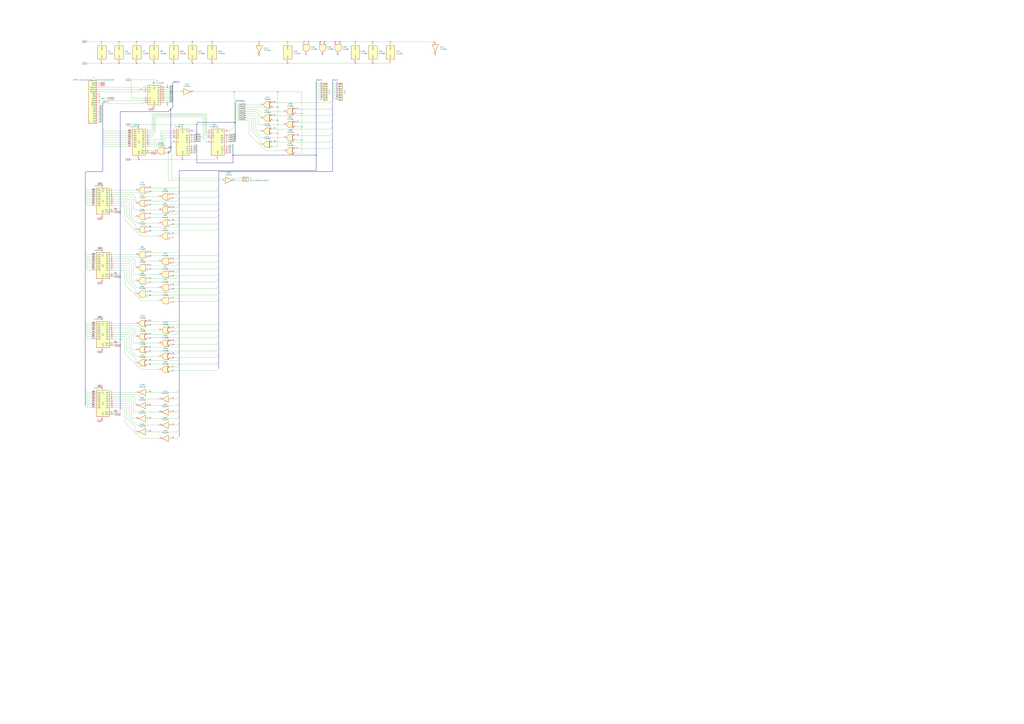
<source format=kicad_sch>
(kicad_sch (version 20250114) (generator "eeschema") (generator_version "9.0")
  (paper "A0")
  (lib_symbols
    (symbol "74xx:74AHC04"
      (property "Reference" "U" (at 0 1.27 0))
      (property "Value" "74AHC04" (at 0 -1.27 0))
      (symbol "74AHC04_1_0"
        (pin input line (at -7.62 0 0) (length 3.81) (name "~") (number "1"))
        (pin output inverted (at 7.62 0 180) (length 3.81) (name "~") (number "2"))
      )
      (symbol "74AHC04_2_0"
        (pin input line (at -7.62 0 0) (length 3.81) (name "~") (number "3"))
        (pin output inverted (at 7.62 0 180) (length 3.81) (name "~") (number "4"))
      )
      (symbol "74AHC04_3_0"
        (pin input line (at -7.62 0 0) (length 3.81) (name "~") (number "5"))
        (pin output inverted (at 7.62 0 180) (length 3.81) (name "~") (number "6"))
      )
      (symbol "74AHC04_4_0"
        (pin input line (at -7.62 0 0) (length 3.81) (name "~") (number "9"))
        (pin output inverted (at 7.62 0 180) (length 3.81) (name "~") (number "8"))
      )
      (symbol "74AHC04_5_0"
        (pin input line (at -7.62 0 0) (length 3.81) (name "~") (number "11"))
        (pin output inverted (at 7.62 0 180) (length 3.81) (name "~") (number "10"))
      )
      (symbol "74AHC04_6_0"
        (pin input line (at -7.62 0 0) (length 3.81) (name "~") (number "13"))
        (pin output inverted (at 7.62 0 180) (length 3.81) (name "~") (number "12"))
      )
      (symbol "74AHC04_7_0"
        (pin power_in line (at 0 12.7 270) (length 5.08) (name "VCC") (number "14"))
        (pin power_in line (at 0 -12.7 90) (length 5.08) (name "GND") (number "7"))
      )
    )
    (symbol "74xx:74HC86" (pin_names (offset 1.016))
      (property "Reference" "U" (at 0 1.27 0))
      (property "Value" "74HC86" (at 0 -1.27 0))
      (symbol "74HC86_1_0"
        (pin input line (at -7.62 2.54 0) (length 4.445) (name "~") (number "1"))
        (pin input line (at -7.62 -2.54 0) (length 4.445) (name "~") (number "2"))
        (pin output line (at 7.62 0 180) (length 3.81) (name "~") (number "3"))
      )
      (symbol "74HC86_2_0"
        (pin input line (at -7.62 2.54 0) (length 4.445) (name "~") (number "4"))
        (pin input line (at -7.62 -2.54 0) (length 4.445) (name "~") (number "5"))
        (pin output line (at 7.62 0 180) (length 3.81) (name "~") (number "6"))
      )
      (symbol "74HC86_3_0"
        (pin input line (at -7.62 2.54 0) (length 4.445) (name "~") (number "9"))
        (pin input line (at -7.62 -2.54 0) (length 4.445) (name "~") (number "10"))
        (pin output line (at 7.62 0 180) (length 3.81) (name "~") (number "8"))
      )
      (symbol "74HC86_4_0"
        (pin input line (at -7.62 2.54 0) (length 4.445) (name "~") (number "12"))
        (pin input line (at -7.62 -2.54 0) (length 4.445) (name "~") (number "13"))
        (pin output line (at 7.62 0 180) (length 3.81) (name "~") (number "11"))
      )
      (symbol "74HC86_5_0"
        (pin power_in line (at 0 12.7 270) (length 5.08) (name "VCC") (number "14"))
        (pin power_in line (at 0 -12.7 90) (length 5.08) (name "GND") (number "7"))
      )
    )
    (symbol "74xx:74LS08" (pin_names (offset 1.016))
      (property "Reference" "U" (at 0 1.27 0))
      (property "Value" "74LS08" (at 0 -1.27 0))
      (symbol "74LS08_1_1"
        (pin input line (at -7.62 2.54 0) (length 3.81) (name "~") (number "1"))
        (pin input line (at -7.62 -2.54 0) (length 3.81) (name "~") (number "2"))
        (pin output line (at 7.62 0 180) (length 3.81) (name "~") (number "3"))
      )
      (symbol "74LS08_1_2"
        (pin input inverted (at -7.62 2.54 0) (length 4.318) (name "~") (number "1"))
        (pin input inverted (at -7.62 -2.54 0) (length 4.318) (name "~") (number "2"))
        (pin output inverted (at 7.62 0 180) (length 3.81) (name "~") (number "3"))
      )
      (symbol "74LS08_2_1"
        (pin input line (at -7.62 2.54 0) (length 3.81) (name "~") (number "4"))
        (pin input line (at -7.62 -2.54 0) (length 3.81) (name "~") (number "5"))
        (pin output line (at 7.62 0 180) (length 3.81) (name "~") (number "6"))
      )
      (symbol "74LS08_2_2"
        (pin input inverted (at -7.62 2.54 0) (length 4.318) (name "~") (number "4"))
        (pin input inverted (at -7.62 -2.54 0) (length 4.318) (name "~") (number "5"))
        (pin output inverted (at 7.62 0 180) (length 3.81) (name "~") (number "6"))
      )
      (symbol "74LS08_3_1"
        (pin input line (at -7.62 2.54 0) (length 3.81) (name "~") (number "9"))
        (pin input line (at -7.62 -2.54 0) (length 3.81) (name "~") (number "10"))
        (pin output line (at 7.62 0 180) (length 3.81) (name "~") (number "8"))
      )
      (symbol "74LS08_3_2"
        (pin input inverted (at -7.62 2.54 0) (length 4.318) (name "~") (number "9"))
        (pin input inverted (at -7.62 -2.54 0) (length 4.318) (name "~") (number "10"))
        (pin output inverted (at 7.62 0 180) (length 3.81) (name "~") (number "8"))
      )
      (symbol "74LS08_4_1"
        (pin input line (at -7.62 2.54 0) (length 3.81) (name "~") (number "12"))
        (pin input line (at -7.62 -2.54 0) (length 3.81) (name "~") (number "13"))
        (pin output line (at 7.62 0 180) (length 3.81) (name "~") (number "11"))
      )
      (symbol "74LS08_4_2"
        (pin input inverted (at -7.62 2.54 0) (length 4.318) (name "~") (number "12"))
        (pin input inverted (at -7.62 -2.54 0) (length 4.318) (name "~") (number "13"))
        (pin output inverted (at 7.62 0 180) (length 3.81) (name "~") (number "11"))
      )
      (symbol "74LS08_5_0"
        (pin power_in line (at 0 12.7 270) (length 5.08) (name "VCC") (number "14"))
        (pin power_in line (at 0 -12.7 90) (length 5.08) (name "GND") (number "7"))
      )
    )
    (symbol "74xx:74LS138" (pin_names (offset 1.016))
      (property "Reference" "U" (at -7.62 11.43 0))
      (property "Value" "74LS138" (at -7.62 -13.97 0))
      (symbol "74LS138_1_0"
        (pin input line (at -12.7 7.62 0) (length 5.08) (name "A0") (number "1"))
        (pin input line (at -12.7 5.08 0) (length 5.08) (name "A1") (number "2"))
        (pin input line (at -12.7 2.54 0) (length 5.08) (name "A2") (number "3"))
        (pin input line (at -12.7 -5.08 0) (length 5.08) (name "E3") (number "6"))
        (pin input input_low (at -12.7 -7.62 0) (length 5.08) (name "E2") (number "5"))
        (pin input input_low (at -12.7 -10.16 0) (length 5.08) (name "E1") (number "4"))
        (pin power_in line (at 0 15.24 270) (length 5.08) (name "VCC") (number "16"))
        (pin power_in line (at 0 -17.78 90) (length 5.08) (name "GND") (number "8"))
        (pin output output_low (at 12.7 7.62 180) (length 5.08) (name "O0") (number "15"))
        (pin output output_low (at 12.7 5.08 180) (length 5.08) (name "O1") (number "14"))
        (pin output output_low (at 12.7 2.54 180) (length 5.08) (name "O2") (number "13"))
        (pin output output_low (at 12.7 0 180) (length 5.08) (name "O3") (number "12"))
        (pin output output_low (at 12.7 -2.54 180) (length 5.08) (name "O4") (number "11"))
        (pin output output_low (at 12.7 -5.08 180) (length 5.08) (name "O5") (number "10"))
        (pin output output_low (at 12.7 -7.62 180) (length 5.08) (name "O6") (number "9"))
        (pin output output_low (at 12.7 -10.16 180) (length 5.08) (name "O7") (number "7"))
      )
    )
    (symbol "74xx:74LS244" (pin_names (offset 1.016))
      (property "Reference" "U" (at -7.62 16.51 0))
      (property "Value" "74LS244" (at -7.62 -16.51 0))
      (symbol "74LS244_1_0"
        (pin input line (at -12.7 12.7 0) (length 5.08) (name "I0a") (number "2"))
        (pin input line (at -12.7 10.16 0) (length 5.08) (name "I1a") (number "4"))
        (pin input line (at -12.7 7.62 0) (length 5.08) (name "I2a") (number "6"))
        (pin input line (at -12.7 5.08 0) (length 5.08) (name "I3a") (number "8"))
        (pin input line (at -12.7 2.54 0) (length 5.08) (name "I0b") (number "11"))
        (pin input line (at -12.7 0 0) (length 5.08) (name "I1b") (number "13"))
        (pin input line (at -12.7 -2.54 0) (length 5.08) (name "I2b") (number "15"))
        (pin input line (at -12.7 -5.08 0) (length 5.08) (name "I3b") (number "17"))
        (pin input inverted (at -12.7 -10.16 0) (length 5.08) (name "OEa") (number "1"))
        (pin input inverted (at -12.7 -12.7 0) (length 5.08) (name "OEb") (number "19"))
        (pin power_in line (at 0 20.32 270) (length 5.08) (name "VCC") (number "20"))
        (pin power_in line (at 0 -20.32 90) (length 5.08) (name "GND") (number "10"))
        (pin tri_state line (at 12.7 12.7 180) (length 5.08) (name "O0a") (number "18"))
        (pin tri_state line (at 12.7 10.16 180) (length 5.08) (name "O1a") (number "16"))
        (pin tri_state line (at 12.7 7.62 180) (length 5.08) (name "O2a") (number "14"))
        (pin tri_state line (at 12.7 5.08 180) (length 5.08) (name "O3a") (number "12"))
        (pin tri_state line (at 12.7 2.54 180) (length 5.08) (name "O0b") (number "9"))
        (pin tri_state line (at 12.7 0 180) (length 5.08) (name "O1b") (number "7"))
        (pin tri_state line (at 12.7 -2.54 180) (length 5.08) (name "O2b") (number "5"))
        (pin tri_state line (at 12.7 -5.08 180) (length 5.08) (name "O3b") (number "3"))
      )
    )
    (symbol "74xx:74LS32" (pin_names (offset 1.016))
      (property "Reference" "U" (at 0 1.27 0))
      (property "Value" "74LS32" (at 0 -1.27 0))
      (symbol "74LS32_1_1"
        (pin input line (at -7.62 2.54 0) (length 4.318) (name "~") (number "1"))
        (pin input line (at -7.62 -2.54 0) (length 4.318) (name "~") (number "2"))
        (pin output line (at 7.62 0 180) (length 3.81) (name "~") (number "3"))
      )
      (symbol "74LS32_1_2"
        (pin input inverted (at -7.62 2.54 0) (length 3.81) (name "~") (number "1"))
        (pin input inverted (at -7.62 -2.54 0) (length 3.81) (name "~") (number "2"))
        (pin output inverted (at 7.62 0 180) (length 3.81) (name "~") (number "3"))
      )
      (symbol "74LS32_2_1"
        (pin input line (at -7.62 2.54 0) (length 4.318) (name "~") (number "4"))
        (pin input line (at -7.62 -2.54 0) (length 4.318) (name "~") (number "5"))
        (pin output line (at 7.62 0 180) (length 3.81) (name "~") (number "6"))
      )
      (symbol "74LS32_2_2"
        (pin input inverted (at -7.62 2.54 0) (length 3.81) (name "~") (number "4"))
        (pin input inverted (at -7.62 -2.54 0) (length 3.81) (name "~") (number "5"))
        (pin output inverted (at 7.62 0 180) (length 3.81) (name "~") (number "6"))
      )
      (symbol "74LS32_3_1"
        (pin input line (at -7.62 2.54 0) (length 4.318) (name "~") (number "9"))
        (pin input line (at -7.62 -2.54 0) (length 4.318) (name "~") (number "10"))
        (pin output line (at 7.62 0 180) (length 3.81) (name "~") (number "8"))
      )
      (symbol "74LS32_3_2"
        (pin input inverted (at -7.62 2.54 0) (length 3.81) (name "~") (number "9"))
        (pin input inverted (at -7.62 -2.54 0) (length 3.81) (name "~") (number "10"))
        (pin output inverted (at 7.62 0 180) (length 3.81) (name "~") (number "8"))
      )
      (symbol "74LS32_4_1"
        (pin input line (at -7.62 2.54 0) (length 4.318) (name "~") (number "12"))
        (pin input line (at -7.62 -2.54 0) (length 4.318) (name "~") (number "13"))
        (pin output line (at 7.62 0 180) (length 3.81) (name "~") (number "11"))
      )
      (symbol "74LS32_4_2"
        (pin input inverted (at -7.62 2.54 0) (length 3.81) (name "~") (number "12"))
        (pin input inverted (at -7.62 -2.54 0) (length 3.81) (name "~") (number "13"))
        (pin output inverted (at 7.62 0 180) (length 3.81) (name "~") (number "11"))
      )
      (symbol "74LS32_5_0"
        (pin power_in line (at 0 12.7 270) (length 5.08) (name "VCC") (number "14"))
        (pin power_in line (at 0 -12.7 90) (length 5.08) (name "GND") (number "7"))
      )
    )
    (symbol "74xx:74LS83" (pin_names (offset 1.016))
      (property "Reference" "U" (at -7.62 16.51 0))
      (property "Value" "74LS83" (at -7.62 -16.51 0))
      (symbol "74LS83_1_0"
        (pin input line (at -12.7 12.7 0) (length 5.08) (name "C0") (number "13"))
        (pin input line (at -12.7 7.62 0) (length 5.08) (name "B4") (number "16"))
        (pin input line (at -12.7 5.08 0) (length 5.08) (name "B3") (number "4"))
        (pin input line (at -12.7 2.54 0) (length 5.08) (name "B2") (number "7"))
        (pin input line (at -12.7 0 0) (length 5.08) (name "B1") (number "11"))
        (pin input line (at -12.7 -5.08 0) (length 5.08) (name "A4") (number "1"))
        (pin input line (at -12.7 -7.62 0) (length 5.08) (name "A3") (number "3"))
        (pin input line (at -12.7 -10.16 0) (length 5.08) (name "A2") (number "8"))
        (pin input line (at -12.7 -12.7 0) (length 5.08) (name "A1") (number "10"))
        (pin power_in line (at 0 20.32 270) (length 5.08) (name "VCC") (number "5"))
        (pin power_in line (at 0 -20.32 90) (length 5.08) (name "GND") (number "12"))
        (pin output line (at 12.7 12.7 180) (length 5.08) (name "S1") (number "9"))
        (pin output line (at 12.7 10.16 180) (length 5.08) (name "S2") (number "6"))
        (pin output line (at 12.7 7.62 180) (length 5.08) (name "S3") (number "2"))
        (pin output line (at 12.7 5.08 180) (length 5.08) (name "S4") (number "15"))
        (pin output line (at 12.7 0 180) (length 5.08) (name "C4") (number "14"))
      )
    )
    (symbol "lncpu:ALU_C_flag_info_socket" (pin_numbers (hide yes)) (pin_names (offset 1.016))
      (property "Reference" "J4" (at 2.54 0.0001 0))
      (property "Value" "ALU_C_flag_info_socket" (at 0 -4.826 0))
      (symbol "ALU_C_flag_info_socket_1_1"
        (pin passive line (at -5.08 0 0) (length 3.81) (name "C_{out}") (number "1"))
        (pin passive line (at -5.08 -2.54 0) (length 3.81) (name "SUB") (number "2"))
      )
    )
    (symbol "lncpu:LNCPU DBUS socket" (pin_numbers (hide yes)) (pin_names (offset 1.016))
      (property "Reference" "J" (at 0 10.16 0))
      (property "Value" "LNCPU DBUS socket" (at 0 -12.7 0))
      (symbol "LNCPU DBUS socket_1_1"
        (pin passive line (at -5.08 7.62 0) (length 3.81) (name "D0") (number "1"))
        (pin passive line (at -5.08 5.08 0) (length 3.81) (name "D1") (number "2"))
        (pin passive line (at -5.08 2.54 0) (length 3.81) (name "D2") (number "3"))
        (pin passive line (at -5.08 0 0) (length 3.81) (name "D3") (number "4"))
        (pin passive line (at -5.08 -2.54 0) (length 3.81) (name "D4") (number "5"))
        (pin passive line (at -5.08 -5.08 0) (length 3.81) (name "D5") (number "6"))
        (pin passive line (at -5.08 -7.62 0) (length 3.81) (name "D6") (number "7"))
        (pin passive line (at -5.08 -10.16 0) (length 3.81) (name "D7") (number "8"))
      )
    )
    (symbol "lncpu:LNCPU_Type_A_connector,_male,_active_high_reset" (pin_numbers (hide yes)) (pin_names (offset 1.016))
      (property "Reference" "J1" (at 1.905 -34.29 0))
      (property "Value" "LNCPU_Type_A_connector,_male,_active_high_reset" (at 1.905 -31.75 0))
      (symbol "LNCPU_Type_A_connector,_male,_active_high_reset_1_1"
        (pin bidirectional line (at -5.08 17.78 0) (length 3.81) (name "D0") (number "a1"))
        (pin bidirectional line (at -5.08 15.24 0) (length 3.81) (name "D1") (number "b1"))
        (pin bidirectional line (at -5.08 12.7 0) (length 3.81) (name "D2") (number "a2"))
        (pin bidirectional line (at -5.08 10.16 0) (length 3.81) (name "D3") (number "b2"))
        (pin bidirectional line (at -5.08 7.62 0) (length 3.81) (name "D4") (number "a3"))
        (pin bidirectional line (at -5.08 5.08 0) (length 3.81) (name "D5") (number "b3"))
        (pin bidirectional line (at -5.08 2.54 0) (length 3.81) (name "D6") (number "a4"))
        (pin bidirectional line (at -5.08 0 0) (length 3.81) (name "D7") (number "b4"))
        (pin output line (at -5.08 -2.54 0) (length 3.81) (name "~{D_{en}1}") (number "a7"))
        (pin output line (at -5.08 -5.08 0) (length 3.81) (name "~{D_{en}2}") (number "b7"))
        (pin output line (at -5.08 -7.62 0) (length 3.81) (name "CLK") (number "a9"))
        (pin output line (at -5.08 -10.16 0) (length 3.81) (name "~{D_{out}}") (number "b9"))
        (pin output line (at -5.08 -12.7 0) (length 3.81) (name "~{D_{in}}") (number "a11"))
        (pin output line (at -5.08 -15.24 0) (length 3.81) (name "RST") (number "b11"))
        (pin output line (at -5.08 -17.78 0) (length 3.81) (name "OP_{sel}0") (number "a12"))
        (pin output line (at -5.08 -20.32 0) (length 3.81) (name "OP_{sel}1") (number "b12"))
        (pin output line (at -5.08 -22.86 0) (length 3.81) (name "OP_{sel}2") (number "a10"))
        (pin power_out line (at -5.08 -25.4 0) (length 3.81) (name "VCC") (number "a13"))
        (pin power_out line (at -5.08 -25.4 0) (length 2.54) (hide yes) (name "VCC") (number "a14"))
        (pin power_out line (at -5.08 -25.4 0) (length 2.54) (hide yes) (name "VCC") (number "b13"))
        (pin power_out line (at -5.08 -25.4 0) (length 2.54) (hide yes) (name "VCC") (number "b14"))
        (pin power_out line (at -5.08 -27.94 0) (length 2.54) (hide yes) (name "GND") (number "a15"))
        (pin power_out line (at -5.08 -27.94 0) (length 2.54) (hide yes) (name "GND") (number "a16"))
        (pin power_out line (at -5.08 -27.94 0) (length 2.54) (hide yes) (name "GND") (number "a5"))
        (pin power_out line (at -5.08 -27.94 0) (length 2.54) (hide yes) (name "GND") (number "a6"))
        (pin power_out line (at -5.08 -27.94 0) (length 2.54) (hide yes) (name "GND") (number "a8"))
        (pin power_out line (at -5.08 -27.94 0) (length 2.54) (hide yes) (name "GND") (number "b10"))
        (pin power_out line (at -5.08 -27.94 0) (length 2.54) (hide yes) (name "GND") (number "b15"))
        (pin power_out line (at -5.08 -27.94 0) (length 3.81) (name "GND") (number "b16"))
        (pin power_out line (at -5.08 -27.94 0) (length 2.54) (hide yes) (name "GND") (number "b5"))
        (pin power_out line (at -5.08 -27.94 0) (length 2.54) (hide yes) (name "GND") (number "b6"))
        (pin power_out line (at -5.08 -27.94 0) (length 2.54) (hide yes) (name "GND") (number "b8"))
      )
    )
  )
  (junction (at 273.05 142.24))
  (junction (at 322.58 154.94))
  (junction (at 350.52 147.32))
  (junction (at 350.52 162.56))
  (junction (at 322.58 124.46))
  (junction (at 389.89 48.26))
  (junction (at 118.11 73.66))
  (junction (at 138.43 48.26))
  (junction (at 198.12 127))
  (junction (at 433.07 73.66))
  (junction (at 246.38 73.66))
  (junction (at 158.75 73.66))
  (junction (at 372.11 48.26))
  (junction (at 322.58 106.68))
  (junction (at 412.75 73.66))
  (junction (at 194.31 101.6))
  (junction (at 138.43 73.66))
  (junction (at 212.09 185.42))
  (junction (at 195.58 177.8))
  (junction (at 322.58 139.7))
  (junction (at 334.01 73.66))
  (junction (at 179.07 48.26))
  (junction (at 350.52 132.08))
  (junction (at 212.09 144.78))
  (junction (at 271.78 106.68))
  (junction (at 161.29 185.42))
  (junction (at 270.51 180.34))
  (junction (at 367.03 180.34))
  (junction (at 246.38 48.26))
  (junction (at 358.14 48.26))
  (junction (at 118.11 48.26))
  (junction (at 201.93 73.66))
  (junction (at 158.75 48.26))
  (junction (at 334.01 48.26))
  (junction (at 161.29 144.78))
  (junction (at 201.93 48.26))
  (junction (at 453.39 48.26))
  (junction (at 194.31 119.38))
  (junction (at 377.19 48.26))
  (junction (at 119.38 114.3))
  (junction (at 179.07 73.66))
  (junction (at 223.52 73.66))
  (junction (at 353.06 48.26))
  (junction (at 412.75 48.26))
  (junction (at 223.52 48.26))
  (junction (at 394.97 48.26))
  (junction (at 300.99 48.26))
  (junction (at 433.07 48.26))
  (junction (at 198.12 106.68))
  (no_connect (at 115.57 111.76))
  (no_connect (at 505.46 63.5))
  (no_connect (at 115.57 119.38))
  (no_connect (at 115.57 109.22))
  (no_connect (at 194.31 121.92))
  (no_connect (at 115.57 116.84))
  (no_connect (at 355.6 63.5))
  (no_connect (at 300.99 64.77))
  (no_connect (at 194.31 99.06))
  (no_connect (at 392.43 63.5))
  (no_connect (at 374.65 63.5))
  (bus_entry (at 119.38 127) (size -2.54 2.54))
  (bus_entry (at 99.06 466.09) (size 2.54 2.54))
  (bus_entry (at 119.38 165.1) (size 2.54 2.54))
  (bus_entry (at 254 227.33) (size -2.54 2.54))
  (bus_entry (at 254 294.64) (size -2.54 2.54))
  (bus_entry (at 208.28 336.55) (size -2.54 2.54))
  (bus_entry (at 254 302.26) (size -2.54 2.54))
  (bus_entry (at 200.66 114.3) (size -2.54 2.54))
  (bus_entry (at 273.05 121.92) (size 2.54 2.54))
  (bus_entry (at 119.38 121.92) (size -2.54 2.54))
  (bus_entry (at 273.05 119.38) (size 2.54 2.54))
  (bus_entry (at 99.06 386.08) (size 2.54 2.54))
  (bus_entry (at 198.12 175.26) (size -2.54 2.54))
  (bus_entry (at 99.06 300.99) (size 2.54 2.54))
  (bus_entry (at 254 389.89) (size -2.54 2.54))
  (bus_entry (at 228.6 167.64) (size -2.54 2.54))
  (bus_entry (at 208.28 328.93) (size -2.54 2.54))
  (bus_entry (at 386.08 147.32) (size -2.54 2.54))
  (bus_entry (at 208.28 261.62) (size -2.54 2.54))
  (bus_entry (at 208.28 468.63) (size -2.54 2.54))
  (bus_entry (at 254 309.88) (size -2.54 2.54))
  (bus_entry (at 99.06 471.17) (size 2.54 2.54))
  (bus_entry (at 254 257.81) (size -2.54 2.54))
  (bus_entry (at 254 265.43) (size -2.54 2.54))
  (bus_entry (at 254 374.65) (size -2.54 2.54))
  (bus_entry (at 99.06 453.39) (size 2.54 2.54))
  (bus_entry (at 208.28 476.25) (size -2.54 2.54))
  (bus_entry (at 99.06 218.44) (size 2.54 2.54))
  (bus_entry (at 99.06 236.22) (size 2.54 2.54))
  (bus_entry (at 119.38 139.7) (size -2.54 2.54))
  (bus_entry (at 99.06 373.38) (size 2.54 2.54))
  (bus_entry (at 386.08 116.84) (size -2.54 2.54))
  (bus_entry (at 200.66 104.14) (size -2.54 2.54))
  (bus_entry (at 254 332.74) (size -2.54 2.54))
  (bus_entry (at 200.66 109.22) (size -2.54 2.54))
  (bus_entry (at 208.28 401.32) (size -2.54 2.54))
  (bus_entry (at 386.08 97.79) (size 2.54 2.54))
  (bus_entry (at 208.28 269.24) (size -2.54 2.54))
  (bus_entry (at 200.66 101.6) (size -2.54 2.54))
  (bus_entry (at 386.08 107.95) (size 2.54 2.54))
  (bus_entry (at 200.66 99.06) (size -2.54 2.54))
  (bus_entry (at 270.51 175.26) (size -2.54 2.54))
  (bus_entry (at 254 250.19) (size -2.54 2.54))
  (bus_entry (at 386.08 95.25) (size 2.54 2.54))
  (bus_entry (at 208.28 254) (size -2.54 2.54))
  (bus_entry (at 367.03 100.33) (size 2.54 2.54))
  (bus_entry (at 99.06 228.6) (size 2.54 2.54))
  (bus_entry (at 254 234.95) (size -2.54 2.54))
  (bus_entry (at 208.28 313.69) (size -2.54 2.54))
  (bus_entry (at 208.28 499.11) (size -2.54 2.54))
  (bus_entry (at 200.66 111.76) (size -2.54 2.54))
  (bus_entry (at 270.51 172.72) (size -2.54 2.54))
  (bus_entry (at 99.06 233.68) (size 2.54 2.54))
  (bus_entry (at 99.06 375.92) (size 2.54 2.54))
  (bus_entry (at 273.05 134.62) (size 2.54 2.54))
  (bus_entry (at 367.03 97.79) (size 2.54 2.54))
  (bus_entry (at 386.08 154.94) (size -2.54 2.54))
  (bus_entry (at 208.28 378.46) (size -2.54 2.54))
  (bus_entry (at 208.28 453.39) (size -2.54 2.54))
  (bus_entry (at 200.66 106.68) (size -2.54 2.54))
  (bus_entry (at 119.38 149.86) (size 2.54 2.54))
  (bus_entry (at 228.6 157.48) (size -2.54 2.54))
  (bus_entry (at 99.06 378.46) (size 2.54 2.54))
  (bus_entry (at 119.38 160.02) (size 2.54 2.54))
  (bus_entry (at 386.08 170.18) (size -2.54 2.54))
  (bus_entry (at 99.06 463.55) (size 2.54 2.54))
  (bus_entry (at 386.08 110.49) (size 2.54 2.54))
  (bus_entry (at 208.28 223.52) (size -2.54 2.54))
  (bus_entry (at 99.06 293.37) (size 2.54 2.54))
  (bus_entry (at 99.06 295.91) (size 2.54 2.54))
  (bus_entry (at 273.05 162.56) (size -2.54 2.54))
  (bus_entry (at 119.38 152.4) (size 2.54 2.54))
  (bus_entry (at 254 325.12) (size -2.54 2.54))
  (bus_entry (at 99.06 231.14) (size 2.54 2.54))
  (bus_entry (at 208.28 506.73) (size -2.54 2.54))
  (bus_entry (at 386.08 124.46) (size -2.54 2.54))
  (bus_entry (at 208.28 215.9) (size -2.54 2.54))
  (bus_entry (at 99.06 303.53) (size 2.54 2.54))
  (bus_entry (at 99.06 388.62) (size 2.54 2.54))
  (bus_entry (at 208.28 483.87) (size -2.54 2.54))
  (bus_entry (at 99.06 308.61) (size 2.54 2.54))
  (bus_entry (at 208.28 370.84) (size -2.54 2.54))
  (bus_entry (at 270.51 170.18) (size -2.54 2.54))
  (bus_entry (at 273.05 129.54) (size 2.54 2.54))
  (bus_entry (at 228.6 162.56) (size -2.54 2.54))
  (bus_entry (at 208.28 246.38) (size -2.54 2.54))
  (bus_entry (at 99.06 381) (size 2.54 2.54))
  (bus_entry (at 208.28 424.18) (size -2.54 2.54))
  (bus_entry (at 99.06 226.06) (size 2.54 2.54))
  (bus_entry (at 367.03 105.41) (size 2.54 2.54))
  (bus_entry (at 99.06 468.63) (size 2.54 2.54))
  (bus_entry (at 273.05 137.16) (size 2.54 2.54))
  (bus_entry (at 273.05 132.08) (size 2.54 2.54))
  (bus_entry (at 208.28 416.56) (size -2.54 2.54))
  (bus_entry (at 99.06 383.54) (size 2.54 2.54))
  (bus_entry (at 208.28 321.31) (size -2.54 2.54))
  (bus_entry (at 99.06 311.15) (size 2.54 2.54))
  (bus_entry (at 208.28 408.94) (size -2.54 2.54))
  (bus_entry (at 228.6 175.26) (size -2.54 2.54))
  (bus_entry (at 367.03 107.95) (size 2.54 2.54))
  (bus_entry (at 208.28 290.83) (size -2.54 2.54))
  (bus_entry (at 119.38 129.54) (size -2.54 2.54))
  (bus_entry (at 254 219.71) (size -2.54 2.54))
  (bus_entry (at 119.38 167.64) (size 2.54 2.54))
  (bus_entry (at 208.28 393.7) (size -2.54 2.54))
  (bus_entry (at 228.6 154.94) (size -2.54 2.54))
  (bus_entry (at 208.28 298.45) (size -2.54 2.54))
  (bus_entry (at 367.03 95.25) (size 2.54 2.54))
  (bus_entry (at 99.06 306.07) (size 2.54 2.54))
  (bus_entry (at 119.38 154.94) (size 2.54 2.54))
  (bus_entry (at 208.28 344.17) (size -2.54 2.54))
  (bus_entry (at 367.03 110.49) (size 2.54 2.54))
  (bus_entry (at 386.08 105.41) (size 2.54 2.54))
  (bus_entry (at 139.7 476.25) (size -2.54 2.54))
  (bus_entry (at 99.06 298.45) (size 2.54 2.54))
  (bus_entry (at 139.7 396.24) (size -2.54 2.54))
  (bus_entry (at 208.28 231.14) (size -2.54 2.54))
  (bus_entry (at 119.38 132.08) (size -2.54 2.54))
  (bus_entry (at 208.28 386.08) (size -2.54 2.54))
  (bus_entry (at 254 382.27) (size -2.54 2.54))
  (bus_entry (at 99.06 220.98) (size 2.54 2.54))
  (bus_entry (at 273.05 124.46) (size 2.54 2.54))
  (bus_entry (at 270.51 167.64) (size -2.54 2.54))
  (bus_entry (at 99.06 391.16) (size 2.54 2.54))
  (bus_entry (at 386.08 100.33) (size 2.54 2.54))
  (bus_entry (at 119.38 124.46) (size -2.54 2.54))
  (bus_entry (at 254 347.98) (size -2.54 2.54))
  (bus_entry (at 208.28 306.07) (size -2.54 2.54))
  (bus_entry (at 254 242.57) (size -2.54 2.54))
  (bus_entry (at 386.08 162.56) (size -2.54 2.54))
  (bus_entry (at 386.08 132.08) (size -2.54 2.54))
  (bus_entry (at 254 397.51) (size -2.54 2.54))
  (bus_entry (at 254 340.36) (size -2.54 2.54))
  (bus_entry (at 228.6 172.72) (size -2.54 2.54))
  (bus_entry (at 386.08 102.87) (size 2.54 2.54))
  (bus_entry (at 273.05 157.48) (size -2.54 2.54))
  (bus_entry (at 367.03 102.87) (size 2.54 2.54))
  (bus_entry (at 200.66 116.84) (size -2.54 2.54))
  (bus_entry (at 139.7 241.3) (size -2.54 2.54))
  (bus_entry (at 228.6 170.18) (size -2.54 2.54))
  (bus_entry (at 273.05 154.94) (size -2.54 2.54))
  (bus_entry (at 208.28 461.01) (size -2.54 2.54))
  (bus_entry (at 139.7 316.23) (size -2.54 2.54))
  (bus_entry (at 254 427.99) (size -2.54 2.54))
  (bus_entry (at 273.05 127) (size 2.54 2.54))
  (bus_entry (at 99.06 223.52) (size 2.54 2.54))
  (bus_entry (at 228.6 160.02) (size -2.54 2.54))
  (bus_entry (at 386.08 113.03) (size 2.54 2.54))
  (bus_entry (at 208.28 238.76) (size -2.54 2.54))
  (bus_entry (at 273.05 160.02) (size -2.54 2.54))
  (bus_entry (at 99.06 458.47) (size 2.54 2.54))
  (bus_entry (at 119.38 134.62) (size -2.54 2.54))
  (bus_entry (at 208.28 491.49) (size -2.54 2.54))
  (bus_entry (at 386.08 139.7) (size -2.54 2.54))
  (bus_entry (at 119.38 162.56) (size 2.54 2.54))
  (bus_entry (at 254 317.5) (size -2.54 2.54))
  (bus_entry (at 99.06 455.93) (size 2.54 2.54))
  (bus_entry (at 254 420.37) (size -2.54 2.54))
  (bus_entry (at 119.38 137.16) (size -2.54 2.54))
  (bus_entry (at 99.06 461.01) (size 2.54 2.54))
  (bus_entry (at 254 412.75) (size -2.54 2.54))
  (bus_entry (at 119.38 157.48) (size 2.54 2.54))
  (bus_entry (at 254 405.13) (size -2.54 2.54))
  (bus_entry (at 367.03 113.03) (size 2.54 2.54))
  (bus_entry (at 198.12 170.18) (size -2.54 2.54))
  (bus (pts (xy 100.33 199.39) (xy 118.11 199.39)))
  (bus (pts (xy 208.28 370.84) (xy 208.28 378.46)))
  (wire (pts (xy 201.93 73.66) (xy 223.52 73.66)))
  (bus (pts (xy 254 250.19) (xy 254 257.81)))
  (bus (pts (xy 273.05 154.94) (xy 273.05 157.48)))
  (wire (pts (xy 369.57 100.33) (xy 372.11 100.33)))
  (wire (pts (xy 163.83 274.32) (xy 144.78 255.27)))
  (wire (pts (xy 101.6 471.17) (xy 106.68 471.17)))
  (wire (pts (xy 180.34 137.16) (xy 180.34 153.67)))
  (wire (pts (xy 115.57 127) (xy 116.84 127)))
  (wire (pts (xy 175.26 222.25) (xy 173.99 223.52)))
  (wire (pts (xy 184.15 494.03) (xy 158.75 494.03)))
  (bus (pts (xy 208.28 269.24) (xy 208.28 290.83)))
  (bus (pts (xy 229.87 142.24) (xy 228.6 143.51)))
  (wire (pts (xy 157.48 336.55) (xy 147.32 326.39)))
  (wire (pts (xy 132.08 238.76) (xy 142.24 238.76)))
  (wire (pts (xy 302.26 152.4) (xy 299.72 152.4)))
  (wire (pts (xy 275.59 129.54) (xy 297.18 129.54)))
  (wire (pts (xy 191.77 116.84) (xy 198.12 116.84)))
  (bus (pts (xy 228.6 143.51) (xy 228.6 154.94)))
  (wire (pts (xy 172.72 298.45) (xy 173.99 297.18)))
  (wire (pts (xy 132.08 306.07) (xy 149.86 306.07)))
  (bus (pts (xy 99.06 220.98) (xy 99.06 223.52)))
  (wire (pts (xy 275.59 134.62) (xy 292.1 134.62)))
  (wire (pts (xy 369.57 105.41) (xy 372.11 105.41)))
  (bus (pts (xy 208.28 215.9) (xy 208.28 223.52)))
  (bus (pts (xy 99.06 223.52) (xy 99.06 226.06)))
  (wire (pts (xy 191.77 114.3) (xy 198.12 114.3)))
  (wire (pts (xy 369.57 113.03) (xy 372.11 113.03)))
  (bus (pts (xy 386.08 154.94) (xy 386.08 162.56)))
  (bus (pts (xy 208.28 344.17) (xy 208.28 370.84)))
  (wire (pts (xy 132.08 313.69) (xy 142.24 313.69)))
  (bus (pts (xy 208.28 386.08) (xy 208.28 393.7)))
  (wire (pts (xy 132.08 471.17) (xy 144.78 471.17)))
  (wire (pts (xy 154.94 398.78) (xy 154.94 386.08)))
  (wire (pts (xy 172.72 403.86) (xy 205.74 403.86)))
  (wire (pts (xy 179.07 152.4) (xy 173.99 157.48)))
  (wire (pts (xy 101.6 386.08) (xy 106.68 386.08)))
  (bus (pts (xy 99.06 391.16) (xy 99.06 453.39)))
  (wire (pts (xy 157.48 251.46) (xy 154.94 251.46)))
  (wire (pts (xy 344.17 127) (xy 383.54 127)))
  (wire (pts (xy 157.48 236.22) (xy 157.48 228.6)))
  (bus (pts (xy 254 309.88) (xy 254 317.5)))
  (wire (pts (xy 115.57 137.16) (xy 116.84 137.16)))
  (wire (pts (xy 101.6 455.93) (xy 106.68 455.93)))
  (bus (pts (xy 367.03 105.41) (xy 367.03 107.95)))
  (wire (pts (xy 101.6 381) (xy 106.68 381)))
  (wire (pts (xy 154.94 478.79) (xy 154.94 466.09)))
  (wire (pts (xy 224.79 160.02) (xy 226.06 160.02)))
  (wire (pts (xy 369.57 97.79) (xy 372.11 97.79)))
  (wire (pts (xy 246.38 48.26) (xy 300.99 48.26)))
  (wire (pts (xy 184.15 383.54) (xy 165.1 383.54)))
  (wire (pts (xy 172.72 486.41) (xy 205.74 486.41)))
  (wire (pts (xy 275.59 132.08) (xy 294.64 132.08)))
  (wire (pts (xy 152.4 483.87) (xy 152.4 468.63)))
  (wire (pts (xy 173.99 407.67) (xy 172.72 408.94)))
  (bus (pts (xy 228.6 154.94) (xy 228.6 157.48)))
  (wire (pts (xy 157.48 261.62) (xy 147.32 251.46)))
  (wire (pts (xy 147.32 251.46) (xy 147.32 238.76)))
  (bus (pts (xy 386.08 170.18) (xy 386.08 199.39)))
  (bus (pts (xy 208.28 290.83) (xy 208.28 298.45)))
  (wire (pts (xy 172.72 419.1) (xy 205.74 419.1)))
  (wire (pts (xy 157.48 463.55) (xy 154.94 461.01)))
  (wire (pts (xy 273.05 209.55) (xy 278.13 209.55)))
  (wire (pts (xy 297.18 149.86) (xy 297.18 134.62)))
  (wire (pts (xy 195.58 209.55) (xy 257.81 209.55)))
  (wire (pts (xy 238.76 134.62) (xy 237.49 133.35)))
  (wire (pts (xy 175.26 267.97) (xy 172.72 269.24)))
  (wire (pts (xy 161.29 144.78) (xy 212.09 144.78)))
  (bus (pts (xy 119.38 154.94) (xy 119.38 157.48)))
  (wire (pts (xy 198.12 106.68) (xy 200.66 106.68)))
  (wire (pts (xy 179.07 92.71) (xy 179.07 93.98)))
  (wire (pts (xy 433.07 48.26) (xy 453.39 48.26)))
  (wire (pts (xy 179.07 73.66) (xy 201.93 73.66)))
  (wire (pts (xy 152.4 92.71) (xy 152.4 114.3)))
  (bus (pts (xy 99.06 461.01) (xy 99.06 463.55)))
  (wire (pts (xy 121.92 167.64) (xy 148.59 167.64)))
  (wire (pts (xy 292.1 139.7) (xy 289.56 137.16)))
  (wire (pts (xy 121.92 154.94) (xy 148.59 154.94)))
  (bus (pts (xy 99.06 386.08) (xy 99.06 388.62)))
  (bus (pts (xy 367.03 113.03) (xy 367.03 180.34)))
  (wire (pts (xy 388.62 105.41) (xy 389.89 105.41)))
  (bus (pts (xy 386.08 107.95) (xy 386.08 110.49)))
  (bus (pts (xy 386.08 147.32) (xy 386.08 154.94)))
  (wire (pts (xy 172.72 223.52) (xy 173.99 223.52)))
  (wire (pts (xy 157.48 383.54) (xy 154.94 381)))
  (wire (pts (xy 132.08 233.68) (xy 147.32 233.68)))
  (wire (pts (xy 322.58 106.68) (xy 350.52 106.68)))
  (wire (pts (xy 101.6 383.54) (xy 106.68 383.54)))
  (bus (pts (xy 254 412.75) (xy 254 420.37)))
  (wire (pts (xy 275.59 124.46) (xy 304.8 124.46)))
  (wire (pts (xy 200.66 229.87) (xy 199.39 231.14)))
  (bus (pts (xy 254 397.51) (xy 254 405.13)))
  (bus (pts (xy 386.08 162.56) (xy 386.08 170.18)))
  (wire (pts (xy 101.6 298.45) (xy 106.68 298.45)))
  (bus (pts (xy 386.08 95.25) (xy 386.08 97.79)))
  (bus (pts (xy 273.05 137.16) (xy 273.05 142.24)))
  (wire (pts (xy 115.57 129.54) (xy 116.84 129.54)))
  (bus (pts (xy 119.38 167.64) (xy 119.38 198.12)))
  (wire (pts (xy 317.5 124.46) (xy 322.58 124.46)))
  (wire (pts (xy 358.14 48.26) (xy 372.11 48.26)))
  (wire (pts (xy 317.5 170.18) (xy 322.58 170.18)))
  (wire (pts (xy 172.72 264.16) (xy 205.74 264.16)))
  (bus (pts (xy 99.06 381) (xy 99.06 383.54)))
  (wire (pts (xy 200.66 430.53) (xy 199.39 431.8)))
  (bus (pts (xy 198.12 127) (xy 200.66 124.46)))
  (bus (pts (xy 200.66 106.68) (xy 200.66 109.22)))
  (wire (pts (xy 275.59 127) (xy 299.72 127)))
  (wire (pts (xy 132.08 378.46) (xy 160.02 378.46)))
  (wire (pts (xy 147.32 238.76) (xy 144.78 236.22)))
  (wire (pts (xy 172.72 373.38) (xy 205.74 373.38)))
  (wire (pts (xy 200.66 304.8) (xy 199.39 306.07)))
  (bus (pts (xy 386.08 113.03) (xy 386.08 116.84)))
  (wire (pts (xy 154.94 386.08) (xy 152.4 383.54)))
  (wire (pts (xy 158.75 494.03) (xy 149.86 485.14)))
  (wire (pts (xy 300.99 48.26) (xy 300.99 49.53)))
  (wire (pts (xy 132.08 386.08) (xy 149.86 386.08)))
  (wire (pts (xy 132.08 458.47) (xy 160.02 458.47)))
  (wire (pts (xy 101.6 238.76) (xy 106.68 238.76)))
  (wire (pts (xy 157.48 416.56) (xy 147.32 406.4)))
  (wire (pts (xy 251.46 327.66) (xy 173.99 327.66)))
  (wire (pts (xy 212.09 185.42) (xy 252.73 185.42)))
  (bus (pts (xy 119.38 152.4) (xy 119.38 154.94)))
  (wire (pts (xy 161.29 106.68) (xy 166.37 101.6)))
  (bus (pts (xy 254 347.98) (xy 254 374.65)))
  (bus (pts (xy 367.03 107.95) (xy 367.03 110.49)))
  (wire (pts (xy 101.6 303.53) (xy 106.68 303.53)))
  (bus (pts (xy 254 374.65) (xy 254 382.27)))
  (wire (pts (xy 172.72 471.17) (xy 205.74 471.17)))
  (wire (pts (xy 199.39 509.27) (xy 205.74 509.27)))
  (wire (pts (xy 265.43 162.56) (xy 270.51 162.56)))
  (wire (pts (xy 224.79 165.1) (xy 226.06 165.1)))
  (bus (pts (xy 273.05 157.48) (xy 273.05 160.02)))
  (wire (pts (xy 191.77 111.76) (xy 198.12 111.76)))
  (bus (pts (xy 99.06 226.06) (xy 99.06 228.6)))
  (wire (pts (xy 350.52 106.68) (xy 350.52 132.08)))
  (wire (pts (xy 132.08 295.91) (xy 157.48 295.91)))
  (wire (pts (xy 172.72 218.44) (xy 205.74 218.44)))
  (wire (pts (xy 147.32 326.39) (xy 147.32 313.69)))
  (wire (pts (xy 115.57 104.14) (xy 166.37 104.14)))
  (wire (pts (xy 275.59 137.16) (xy 289.56 137.16)))
  (wire (pts (xy 334.01 73.66) (xy 412.75 73.66)))
  (wire (pts (xy 350.52 132.08) (xy 350.52 147.32)))
  (wire (pts (xy 389.89 48.26) (xy 394.97 48.26)))
  (wire (pts (xy 158.75 334.01) (xy 149.86 325.12)))
  (bus (pts (xy 99.06 200.66) (xy 99.06 218.44)))
  (wire (pts (xy 265.43 165.1) (xy 270.51 165.1)))
  (wire (pts (xy 115.57 106.68) (xy 161.29 106.68)))
  (bus (pts (xy 119.38 162.56) (xy 119.38 165.1)))
  (wire (pts (xy 199.39 207.01) (xy 278.13 207.01)))
  (wire (pts (xy 265.43 152.4) (xy 266.7 152.4)))
  (wire (pts (xy 173.99 167.64) (xy 189.23 167.64)))
  (wire (pts (xy 377.19 48.26) (xy 389.89 48.26)))
  (bus (pts (xy 99.06 306.07) (xy 99.06 308.61)))
  (bus (pts (xy 367.03 180.34) (xy 367.03 198.12)))
  (bus (pts (xy 208.28 306.07) (xy 208.28 313.69)))
  (bus (pts (xy 198.12 170.18) (xy 198.12 175.26)))
  (wire (pts (xy 154.94 406.4) (xy 152.4 403.86)))
  (bus (pts (xy 228.6 167.64) (xy 228.6 170.18)))
  (wire (pts (xy 177.8 151.13) (xy 173.99 154.94)))
  (bus (pts (xy 273.05 124.46) (xy 273.05 127)))
  (bus (pts (xy 208.28 378.46) (xy 208.28 386.08)))
  (wire (pts (xy 292.1 152.4) (xy 292.1 139.7)))
  (wire (pts (xy 166.37 120.65) (xy 166.37 119.38)))
  (wire (pts (xy 144.78 396.24) (xy 142.24 393.7)))
  (wire (pts (xy 322.58 124.46) (xy 322.58 139.7)))
  (wire (pts (xy 121.92 116.84) (xy 166.37 116.84)))
  (wire (pts (xy 154.94 486.41) (xy 152.4 483.87)))
  (wire (pts (xy 115.57 139.7) (xy 116.84 139.7)))
  (wire (pts (xy 240.03 133.35) (xy 238.76 132.08)))
  (bus (pts (xy 99.06 373.38) (xy 99.06 375.92)))
  (bus (pts (xy 386.08 139.7) (xy 386.08 147.32)))
  (wire (pts (xy 121.92 162.56) (xy 148.59 162.56)))
  (wire (pts (xy 101.6 473.71) (xy 106.68 473.71)))
  (wire (pts (xy 317.5 149.86) (xy 383.54 149.86)))
  (bus (pts (xy 119.38 165.1) (xy 119.38 167.64)))
  (wire (pts (xy 190.5 160.02) (xy 199.39 160.02)))
  (bus (pts (xy 270.51 170.18) (xy 270.51 172.72)))
  (wire (pts (xy 132.08 463.55) (xy 152.4 463.55)))
  (bus (pts (xy 273.05 134.62) (xy 273.05 137.16)))
  (wire (pts (xy 144.78 410.21) (xy 144.78 396.24)))
  (bus (pts (xy 200.66 111.76) (xy 200.66 114.3)))
  (wire (pts (xy 199.39 346.71) (xy 205.74 346.71)))
  (wire (pts (xy 165.1 303.53) (xy 160.02 298.45)))
  (wire (pts (xy 144.78 255.27) (xy 144.78 241.3)))
  (wire (pts (xy 132.08 468.63) (xy 147.32 468.63)))
  (wire (pts (xy 172.72 455.93) (xy 205.74 455.93)))
  (wire (pts (xy 132.08 318.77) (xy 137.16 318.77)))
  (wire (pts (xy 157.48 228.6) (xy 154.94 226.06)))
  (wire (pts (xy 303.53 160.02) (xy 294.64 151.13)))
  (wire (pts (xy 265.43 170.18) (xy 267.97 170.18)))
  (wire (pts (xy 158.75 48.26) (xy 179.07 48.26)))
  (wire (pts (xy 157.48 326.39) (xy 154.94 326.39)))
  (wire (pts (xy 200.66 260.35) (xy 251.46 260.35)))
  (wire (pts (xy 299.72 132.08) (xy 297.18 129.54)))
  (bus (pts (xy 99.06 468.63) (xy 99.06 471.17)))
  (bus (pts (xy 254 340.36) (xy 254 347.98)))
  (wire (pts (xy 121.92 170.18) (xy 148.59 170.18)))
  (wire (pts (xy 224.79 152.4) (xy 227.33 152.4)))
  (bus (pts (xy 386.08 132.08) (xy 386.08 139.7)))
  (wire (pts (xy 184.15 334.01) (xy 158.75 334.01)))
  (wire (pts (xy 132.08 226.06) (xy 154.94 226.06)))
  (wire (pts (xy 317.5 165.1) (xy 383.54 165.1)))
  (wire (pts (xy 154.94 318.77) (xy 184.15 318.77)))
  (wire (pts (xy 194.31 99.06) (xy 194.31 101.6)))
  (wire (pts (xy 144.78 330.2) (xy 144.78 316.23)))
  (wire (pts (xy 132.08 478.79) (xy 137.16 478.79)))
  (wire (pts (xy 115.57 134.62) (xy 116.84 134.62)))
  (wire (pts (xy 137.16 243.84) (xy 132.08 243.84)))
  (wire (pts (xy 118.11 120.65) (xy 166.37 120.65)))
  (bus (pts (xy 273.05 127) (xy 273.05 129.54)))
  (wire (pts (xy 138.43 73.66) (xy 158.75 73.66)))
  (wire (pts (xy 289.56 156.21) (xy 289.56 142.24)))
  (bus (pts (xy 254 332.74) (xy 254 340.36)))
  (bus (pts (xy 208.28 298.45) (xy 208.28 306.07)))
  (bus (pts (xy 208.28 461.01) (xy 208.28 468.63)))
  (wire (pts (xy 180.34 153.67) (xy 173.99 160.02)))
  (wire (pts (xy 394.97 48.26) (xy 412.75 48.26)))
  (bus (pts (xy 119.38 127) (xy 119.38 129.54)))
  (bus (pts (xy 254 317.5) (xy 254 325.12)))
  (wire (pts (xy 251.46 430.53) (xy 200.66 430.53)))
  (wire (pts (xy 294.64 137.16) (xy 292.1 134.62)))
  (bus (pts (xy 198.12 127) (xy 198.12 170.18)))
  (wire (pts (xy 317.5 154.94) (xy 322.58 154.94)))
  (wire (pts (xy 101.6 226.06) (xy 106.68 226.06)))
  (wire (pts (xy 157.48 406.4) (xy 154.94 406.4)))
  (bus (pts (xy 273.05 142.24) (xy 273.05 154.94)))
  (bus (pts (xy 119.38 129.54) (xy 119.38 132.08)))
  (wire (pts (xy 176.53 133.35) (xy 176.53 149.86)))
  (wire (pts (xy 154.94 243.84) (xy 184.15 243.84)))
  (bus (pts (xy 367.03 110.49) (xy 367.03 113.03)))
  (bus (pts (xy 273.05 129.54) (xy 273.05 132.08)))
  (wire (pts (xy 194.31 172.72) (xy 195.58 172.72)))
  (wire (pts (xy 201.93 48.26) (xy 223.52 48.26)))
  (wire (pts (xy 302.26 162.56) (xy 292.1 152.4)))
  (wire (pts (xy 299.72 152.4) (xy 297.18 149.86)))
  (wire (pts (xy 388.62 115.57) (xy 389.89 115.57)))
  (wire (pts (xy 328.93 129.54) (xy 309.88 129.54)))
  (bus (pts (xy 208.28 408.94) (xy 208.28 416.56)))
  (wire (pts (xy 224.79 170.18) (xy 226.06 170.18)))
  (wire (pts (xy 177.8 132.08) (xy 176.53 133.35)))
  (wire (pts (xy 344.17 147.32) (xy 350.52 147.32)))
  (wire (pts (xy 194.31 177.8) (xy 195.58 177.8)))
  (wire (pts (xy 101.6 391.16) (xy 106.68 391.16)))
  (bus (pts (xy 208.28 261.62) (xy 208.28 269.24)))
  (wire (pts (xy 165.1 228.6) (xy 160.02 223.52)))
  (wire (pts (xy 172.72 388.62) (xy 205.74 388.62)))
  (bus (pts (xy 386.08 124.46) (xy 386.08 132.08)))
  (wire (pts (xy 194.31 119.38) (xy 194.31 121.92)))
  (wire (pts (xy 297.18 134.62) (xy 294.64 132.08)))
  (wire (pts (xy 236.22 160.02) (xy 236.22 137.16)))
  (bus (pts (xy 208.28 499.11) (xy 208.28 506.73)))
  (wire (pts (xy 187.96 154.94) (xy 199.39 154.94)))
  (wire (pts (xy 132.08 383.54) (xy 152.4 383.54)))
  (bus (pts (xy 367.03 97.79) (xy 367.03 100.33)))
  (bus (pts (xy 119.38 198.12) (xy 118.11 199.39)))
  (wire (pts (xy 200.66 415.29) (xy 199.39 416.56)))
  (wire (pts (xy 147.32 393.7) (xy 144.78 391.16)))
  (wire (pts (xy 199.39 396.24) (xy 205.74 396.24)))
  (wire (pts (xy 121.92 152.4) (xy 148.59 152.4)))
  (wire (pts (xy 173.99 312.42) (xy 172.72 313.69)))
  (bus (pts (xy 208.28 336.55) (xy 208.28 344.17)))
  (bus (pts (xy 200.66 99.06) (xy 200.66 101.6)))
  (bus (pts (xy 254 420.37) (xy 254 427.99)))
  (wire (pts (xy 173.99 252.73) (xy 172.72 254)))
  (wire (pts (xy 184.15 463.55) (xy 165.1 463.55)))
  (wire (pts (xy 115.57 101.6) (xy 161.29 101.6)))
  (bus (pts (xy 208.28 491.49) (xy 208.28 499.11)))
  (wire (pts (xy 224.79 172.72) (xy 226.06 172.72)))
  (bus (pts (xy 99.06 383.54) (xy 99.06 386.08)))
  (wire (pts (xy 157.48 496.57) (xy 147.32 486.41)))
  (bus (pts (xy 119.38 139.7) (xy 119.38 149.86)))
  (wire (pts (xy 101.6 228.6) (xy 106.68 228.6)))
  (wire (pts (xy 186.69 162.56) (xy 186.69 152.4)))
  (wire (pts (xy 173.99 165.1) (xy 187.96 165.1)))
  (wire (pts (xy 163.83 429.26) (xy 144.78 410.21)))
  (wire (pts (xy 300.99 48.26) (xy 334.01 48.26)))
  (wire (pts (xy 199.39 494.03) (xy 205.74 494.03)))
  (wire (pts (xy 173.99 377.19) (xy 172.72 378.46)))
  (wire (pts (xy 176.53 149.86) (xy 173.99 152.4)))
  (wire (pts (xy 251.46 335.28) (xy 200.66 335.28)))
  (wire (pts (xy 302.26 167.64) (xy 302.26 162.56)))
  (wire (pts (xy 172.72 293.37) (xy 205.74 293.37)))
  (wire (pts (xy 388.62 113.03) (xy 389.89 113.03)))
  (bus (pts (xy 208.28 321.31) (xy 208.28 328.93)))
  (bus (pts (xy 208.28 231.14) (xy 208.28 238.76)))
  (wire (pts (xy 372.11 48.26) (xy 377.19 48.26)))
  (wire (pts (xy 328.93 175.26) (xy 308.61 175.26)))
  (wire (pts (xy 200.66 400.05) (xy 199.39 401.32)))
  (wire (pts (xy 115.57 124.46) (xy 116.84 124.46)))
  (wire (pts (xy 237.49 133.35) (xy 179.07 133.35)))
  (wire (pts (xy 132.08 300.99) (xy 154.94 300.99)))
  (wire (pts (xy 223.52 48.26) (xy 246.38 48.26)))
  (wire (pts (xy 194.31 119.38) (xy 198.12 119.38)))
  (wire (pts (xy 317.5 119.38) (xy 383.54 119.38)))
  (wire (pts (xy 199.39 226.06) (xy 205.74 226.06)))
  (wire (pts (xy 163.83 349.25) (xy 144.78 330.2)))
  (wire (pts (xy 190.5 170.18) (xy 190.5 160.02)))
  (bus (pts (xy 200.66 114.3) (xy 200.66 116.84)))
  (bus (pts (xy 254 234.95) (xy 254 242.57)))
  (bus (pts (xy 367.03 93.98) (xy 367.03 95.25)))
  (bus (pts (xy 99.06 453.39) (xy 99.06 455.93)))
  (wire (pts (xy 154.94 251.46) (xy 152.4 248.92)))
  (wire (pts (xy 132.08 393.7) (xy 142.24 393.7)))
  (wire (pts (xy 152.4 403.86) (xy 152.4 388.62)))
  (bus (pts (xy 228.6 189.23) (xy 270.51 189.23)))
  (bus (pts (xy 273.05 121.92) (xy 273.05 124.46)))
  (wire (pts (xy 199.39 271.78) (xy 205.74 271.78)))
  (bus (pts (xy 99.06 298.45) (xy 99.06 300.99)))
  (wire (pts (xy 154.94 486.41) (xy 157.48 486.41)))
  (wire (pts (xy 412.75 73.66) (xy 433.07 73.66)))
  (wire (pts (xy 251.46 350.52) (xy 200.66 350.52)))
  (wire (pts (xy 184.15 228.6) (xy 165.1 228.6)))
  (bus (pts (xy 386.08 105.41) (xy 386.08 107.95)))
  (bus (pts (xy 228.6 160.02) (xy 228.6 162.56)))
  (bus (pts (xy 386.08 110.49) (xy 386.08 113.03)))
  (wire (pts (xy 308.61 175.26) (xy 289.56 156.21)))
  (wire (pts (xy 101.6 458.47) (xy 106.68 458.47)))
  (wire (pts (xy 199.39 165.1) (xy 199.39 207.01)))
  (bus (pts (xy 254 242.57) (xy 254 250.19)))
  (bus (pts (xy 254 382.27) (xy 254 389.89)))
  (wire (pts (xy 200.66 260.35) (xy 199.39 261.62)))
  (bus (pts (xy 99.06 231.14) (xy 99.06 233.68)))
  (wire (pts (xy 322.58 154.94) (xy 322.58 170.18)))
  (wire (pts (xy 152.4 468.63) (xy 149.86 466.09)))
  (bus (pts (xy 208.28 453.39) (xy 208.28 461.01)))
  (wire (pts (xy 412.75 48.26) (xy 433.07 48.26)))
  (wire (pts (xy 161.29 185.42) (xy 212.09 185.42)))
  (wire (pts (xy 191.77 109.22) (xy 198.12 109.22)))
  (wire (pts (xy 101.6 461.01) (xy 106.68 461.01)))
  (bus (pts (xy 254 405.13) (xy 254 412.75)))
  (wire (pts (xy 101.6 306.07) (xy 106.68 306.07)))
  (bus (pts (xy 208.28 416.56) (xy 208.28 424.18)))
  (bus (pts (xy 99.06 375.92) (xy 99.06 378.46)))
  (bus (pts (xy 208.28 246.38) (xy 208.28 254)))
  (wire (pts (xy 275.59 139.7) (xy 287.02 139.7)))
  (wire (pts (xy 152.4 388.62) (xy 149.86 386.08)))
  (wire (pts (xy 132.08 231.14) (xy 149.86 231.14)))
  (wire (pts (xy 265.43 175.26) (xy 267.97 175.26)))
  (wire (pts (xy 238.76 134.62) (xy 238.76 154.94)))
  (bus (pts (xy 208.28 198.12) (xy 208.28 215.9)))
  (wire (pts (xy 154.94 231.14) (xy 152.4 228.6)))
  (wire (pts (xy 317.5 134.62) (xy 383.54 134.62)))
  (wire (pts (xy 101.6 393.7) (xy 106.68 393.7)))
  (wire (pts (xy 157.48 391.16) (xy 157.48 383.54)))
  (wire (pts (xy 172.72 323.85) (xy 205.74 323.85)))
  (wire (pts (xy 191.77 101.6) (xy 194.31 101.6)))
  (bus (pts (xy 200.66 109.22) (xy 200.66 111.76)))
  (wire (pts (xy 200.66 350.52) (xy 199.39 351.79)))
  (wire (pts (xy 149.86 250.19) (xy 149.86 236.22)))
  (bus (pts (xy 386.08 116.84) (xy 386.08 124.46)))
  (bus (pts (xy 367.03 198.12) (xy 208.28 198.12)))
  (wire (pts (xy 149.86 471.17) (xy 147.32 468.63)))
  (wire (pts (xy 251.46 407.67) (xy 173.99 407.67)))
  (wire (pts (xy 265.43 172.72) (xy 267.97 172.72)))
  (wire (pts (xy 388.62 107.95) (xy 389.89 107.95)))
  (wire (pts (xy 289.56 142.24) (xy 287.02 139.7)))
  (wire (pts (xy 199.39 478.79) (xy 205.74 478.79)))
  (bus (pts (xy 99.06 236.22) (xy 99.06 293.37)))
  (wire (pts (xy 157.48 421.64) (xy 157.48 416.56)))
  (wire (pts (xy 186.69 152.4) (xy 199.39 152.4)))
  (wire (pts (xy 147.32 313.69) (xy 144.78 311.15)))
  (bus (pts (xy 254 199.39) (xy 386.08 199.39)))
  (bus (pts (xy 99.06 466.09) (xy 99.06 468.63)))
  (wire (pts (xy 152.4 144.78) (xy 161.29 144.78)))
  (wire (pts (xy 237.49 157.48) (xy 237.49 135.89)))
  (bus (pts (xy 208.28 313.69) (xy 208.28 321.31)))
  (bus (pts (xy 254 294.64) (xy 254 302.26)))
  (bus (pts (xy 208.28 393.7) (xy 208.28 401.32)))
  (wire (pts (xy 161.29 101.6) (xy 166.37 106.68)))
  (wire (pts (xy 101.6 236.22) (xy 106.68 236.22)))
  (wire (pts (xy 322.58 106.68) (xy 322.58 124.46)))
  (wire (pts (xy 101.6 231.14) (xy 106.68 231.14)))
  (bus (pts (xy 386.08 102.87) (xy 386.08 105.41)))
  (bus (pts (xy 99.06 308.61) (xy 99.06 311.15)))
  (wire (pts (xy 152.4 248.92) (xy 152.4 233.68)))
  (wire (pts (xy 344.17 132.08) (xy 350.52 132.08)))
  (wire (pts (xy 119.38 114.3) (xy 121.92 116.84)))
  (wire (pts (xy 101.6 300.99) (xy 106.68 300.99)))
  (wire (pts (xy 173.99 327.66) (xy 172.72 328.93)))
  (wire (pts (xy 132.08 473.71) (xy 142.24 473.71)))
  (wire (pts (xy 184.15 259.08) (xy 158.75 259.08)))
  (wire (pts (xy 149.86 391.16) (xy 147.32 388.62)))
  (wire (pts (xy 309.88 129.54) (xy 304.8 124.46)))
  (bus (pts (xy 99.06 455.93) (xy 99.06 458.47)))
  (wire (pts (xy 158.75 414.02) (xy 149.86 405.13)))
  (wire (pts (xy 200.66 106.68) (xy 209.55 106.68)))
  (bus (pts (xy 270.51 167.64) (xy 270.51 170.18)))
  (wire (pts (xy 132.08 391.16) (xy 144.78 391.16)))
  (wire (pts (xy 152.4 233.68) (xy 149.86 231.14)))
  (wire (pts (xy 157.48 501.65) (xy 157.48 496.57)))
  (wire (pts (xy 154.94 326.39) (xy 152.4 323.85)))
  (wire (pts (xy 251.46 312.42) (xy 173.99 312.42)))
  (bus (pts (xy 273.05 142.24) (xy 229.87 142.24)))
  (wire (pts (xy 157.48 311.15) (xy 157.48 303.53)))
  (wire (pts (xy 251.46 267.97) (xy 175.26 267.97)))
  (wire (pts (xy 101.6 220.98) (xy 106.68 220.98)))
  (wire (pts (xy 191.77 104.14) (xy 198.12 104.14)))
  (wire (pts (xy 294.64 151.13) (xy 294.64 137.16)))
  (wire (pts (xy 251.46 342.9) (xy 173.99 342.9)))
  (wire (pts (xy 149.86 236.22) (xy 147.32 233.68)))
  (wire (pts (xy 101.6 233.68) (xy 106.68 233.68)))
  (bus (pts (xy 270.51 172.72) (xy 270.51 175.26)))
  (bus (pts (xy 270.51 180.34) (xy 367.03 180.34)))
  (wire (pts (xy 240.03 133.35) (xy 240.03 152.4)))
  (wire (pts (xy 172.72 501.65) (xy 205.74 501.65)))
  (wire (pts (xy 179.07 135.89) (xy 179.07 152.4)))
  (wire (pts (xy 184.15 414.02) (xy 158.75 414.02)))
  (wire (pts (xy 246.38 73.66) (xy 334.01 73.66)))
  (wire (pts (xy 158.75 259.08) (xy 149.86 250.19)))
  (wire (pts (xy 154.94 398.78) (xy 184.15 398.78)))
  (wire (pts (xy 158.75 73.66) (xy 179.07 73.66)))
  (wire (pts (xy 154.94 466.09) (xy 152.4 463.55)))
  (wire (pts (xy 173.99 392.43) (xy 172.72 393.7)))
  (wire (pts (xy 157.48 471.17) (xy 157.48 463.55)))
  (bus (pts (xy 100.33 199.39) (xy 99.06 200.66)))
  (wire (pts (xy 388.62 102.87) (xy 389.89 102.87)))
  (bus (pts (xy 208.28 223.52) (xy 208.28 231.14)))
  (bus (pts (xy 254 219.71) (xy 254 227.33)))
  (wire (pts (xy 121.92 157.48) (xy 148.59 157.48)))
  (bus (pts (xy 208.28 476.25) (xy 208.28 483.87)))
  (wire (pts (xy 299.72 144.78) (xy 328.93 144.78)))
  (bus (pts (xy 254 257.81) (xy 254 265.43)))
  (wire (pts (xy 199.39 411.48) (xy 205.74 411.48)))
  (bus (pts (xy 208.28 238.76) (xy 208.28 246.38)))
  (wire (pts (xy 224.79 175.26) (xy 226.06 175.26)))
  (bus (pts (xy 99.06 388.62) (xy 99.06 391.16)))
  (wire (pts (xy 194.31 101.6) (xy 198.12 101.6)))
  (wire (pts (xy 388.62 97.79) (xy 389.89 97.79)))
  (wire (pts (xy 344.17 172.72) (xy 383.54 172.72)))
  (wire (pts (xy 251.46 377.19) (xy 173.99 377.19)))
  (wire (pts (xy 265.43 157.48) (xy 270.51 157.48)))
  (wire (pts (xy 173.99 237.49) (xy 251.46 237.49)))
  (wire (pts (xy 199.39 256.54) (xy 205.74 256.54)))
  (wire (pts (xy 147.32 486.41) (xy 147.32 473.71)))
  (bus (pts (xy 254 325.12) (xy 254 332.74)))
  (bus (pts (xy 119.38 149.86) (xy 119.38 152.4)))
  (wire (pts (xy 175.26 222.25) (xy 251.46 222.25)))
  (wire (pts (xy 199.39 426.72) (xy 205.74 426.72)))
  (bus (pts (xy 208.28 401.32) (xy 208.28 408.94)))
  (wire (pts (xy 181.61 135.89) (xy 180.34 137.16)))
  (wire (pts (xy 237.49 135.89) (xy 236.22 134.62)))
  (wire (pts (xy 369.57 102.87) (xy 372.11 102.87)))
  (bus (pts (xy 273.05 160.02) (xy 273.05 162.56)))
  (bus (pts (xy 119.38 157.48) (xy 119.38 160.02)))
  (bus (pts (xy 367.03 102.87) (xy 367.03 105.41)))
  (wire (pts (xy 157.48 341.63) (xy 157.48 336.55)))
  (bus (pts (xy 386.08 93.98) (xy 386.08 95.25)))
  (wire (pts (xy 149.86 325.12) (xy 149.86 311.15)))
  (wire (pts (xy 328.93 160.02) (xy 303.53 160.02)))
  (wire (pts (xy 199.39 331.47) (xy 205.74 331.47)))
  (bus (pts (xy 139.7 396.24) (xy 139.7 476.25)))
  (bus (pts (xy 119.38 124.46) (xy 119.38 127)))
  (wire (pts (xy 101.6 311.15) (xy 106.68 311.15)))
  (bus (pts (xy 208.28 254) (xy 208.28 261.62)))
  (bus (pts (xy 119.38 160.02) (xy 119.38 162.56)))
  (wire (pts (xy 132.08 388.62) (xy 147.32 388.62)))
  (wire (pts (xy 191.77 106.68) (xy 198.12 106.68)))
  (wire (pts (xy 115.57 142.24) (xy 116.84 142.24)))
  (wire (pts (xy 121.92 160.02) (xy 148.59 160.02)))
  (bus (pts (xy 99.06 228.6) (xy 99.06 231.14)))
  (wire (pts (xy 251.46 415.29) (xy 200.66 415.29)))
  (wire (pts (xy 154.94 306.07) (xy 152.4 303.53)))
  (wire (pts (xy 173.99 175.26) (xy 179.07 175.26)))
  (wire (pts (xy 132.08 461.01) (xy 154.94 461.01)))
  (wire (pts (xy 154.94 318.77) (xy 154.94 306.07)))
  (bus (pts (xy 228.6 170.18) (xy 228.6 172.72)))
  (wire (pts (xy 453.39 48.26) (xy 505.46 48.26)))
  (wire (pts (xy 101.6 223.52) (xy 106.68 223.52)))
  (wire (pts (xy 224.79 106.68) (xy 271.78 106.68)))
  (wire (pts (xy 236.22 160.02) (xy 240.03 160.02)))
  (wire (pts (xy 200.66 245.11) (xy 199.39 246.38)))
  (wire (pts (xy 369.57 110.49) (xy 372.11 110.49)))
  (bus (pts (xy 99.06 295.91) (xy 99.06 298.45)))
  (wire (pts (xy 266.7 152.4) (xy 271.78 147.32)))
  (wire (pts (xy 173.99 297.18) (xy 251.46 297.18)))
  (wire (pts (xy 200.66 384.81) (xy 199.39 386.08)))
  (wire (pts (xy 115.57 114.3) (xy 119.38 114.3)))
  (wire (pts (xy 173.99 162.56) (xy 186.69 162.56)))
  (bus (pts (xy 99.06 458.47) (xy 99.06 461.01)))
  (wire (pts (xy 132.08 220.98) (xy 157.48 220.98)))
  (wire (pts (xy 224.79 162.56) (xy 226.06 162.56)))
  (bus (pts (xy 99.06 293.37) (xy 99.06 295.91)))
  (wire (pts (xy 271.78 106.68) (xy 322.58 106.68)))
  (wire (pts (xy 152.4 323.85) (xy 152.4 308.61)))
  (wire (pts (xy 144.78 316.23) (xy 142.24 313.69)))
  (wire (pts (xy 132.08 398.78) (xy 137.16 398.78)))
  (wire (pts (xy 101.6 466.09) (xy 106.68 466.09)))
  (wire (pts (xy 199.39 381) (xy 205.74 381)))
  (wire (pts (xy 275.59 121.92) (xy 302.26 121.92)))
  (bus (pts (xy 254 389.89) (xy 254 397.51)))
  (wire (pts (xy 212.09 144.78) (xy 252.73 144.78)))
  (wire (pts (xy 163.83 509.27) (xy 144.78 490.22)))
  (wire (pts (xy 101.6 73.66) (xy 118.11 73.66)))
  (wire (pts (xy 118.11 48.26) (xy 138.43 48.26)))
  (wire (pts (xy 101.6 295.91) (xy 106.68 295.91)))
  (wire (pts (xy 223.52 73.66) (xy 246.38 73.66)))
  (bus (pts (xy 99.06 300.99) (xy 99.06 303.53)))
  (wire (pts (xy 237.49 157.48) (xy 240.03 157.48)))
  (wire (pts (xy 199.39 316.23) (xy 205.74 316.23)))
  (wire (pts (xy 101.6 463.55) (xy 106.68 463.55)))
  (wire (pts (xy 200.66 229.87) (xy 251.46 229.87)))
  (bus (pts (xy 367.03 100.33) (xy 367.03 102.87)))
  (wire (pts (xy 251.46 422.91) (xy 173.99 422.91)))
  (wire (pts (xy 224.79 177.8) (xy 226.06 177.8)))
  (wire (pts (xy 157.48 266.7) (xy 157.48 261.62)))
  (wire (pts (xy 132.08 311.15) (xy 144.78 311.15)))
  (wire (pts (xy 236.22 134.62) (xy 180.34 134.62)))
  (wire (pts (xy 118.11 121.92) (xy 115.57 121.92)))
  (wire (pts (xy 154.94 478.79) (xy 184.15 478.79)))
  (wire (pts (xy 101.6 375.92) (xy 106.68 375.92)))
  (bus (pts (xy 228.6 172.72) (xy 228.6 175.26)))
  (wire (pts (xy 369.57 107.95) (xy 372.11 107.95)))
  (bus (pts (xy 119.38 121.92) (xy 119.38 124.46)))
  (bus (pts (xy 99.06 218.44) (xy 99.06 220.98)))
  (wire (pts (xy 251.46 384.81) (xy 200.66 384.81)))
  (wire (pts (xy 191.77 119.38) (xy 194.31 119.38)))
  (wire (pts (xy 179.07 133.35) (xy 177.8 134.62)))
  (wire (pts (xy 388.62 110.49) (xy 389.89 110.49)))
  (wire (pts (xy 165.1 383.54) (xy 160.02 378.46)))
  (wire (pts (xy 132.08 228.6) (xy 152.4 228.6)))
  (bus (pts (xy 139.7 129.54) (xy 139.7 241.3)))
  (wire (pts (xy 173.99 170.18) (xy 190.5 170.18)))
  (wire (pts (xy 152.4 308.61) (xy 149.86 306.07)))
  (bus (pts (xy 273.05 118.11) (xy 273.05 119.38)))
  (wire (pts (xy 149.86 485.14) (xy 149.86 471.17)))
  (wire (pts (xy 344.17 177.8) (xy 350.52 177.8)))
  (wire (pts (xy 144.78 476.25) (xy 142.24 473.71)))
  (wire (pts (xy 200.66 245.11) (xy 251.46 245.11)))
  (bus (pts (xy 139.7 129.54) (xy 195.58 129.54)))
  (wire (pts (xy 238.76 154.94) (xy 240.03 154.94)))
  (wire (pts (xy 350.52 147.32) (xy 350.52 162.56)))
  (bus (pts (xy 139.7 316.23) (xy 139.7 396.24)))
  (wire (pts (xy 369.57 115.57) (xy 372.11 115.57)))
  (bus (pts (xy 208.28 468.63) (xy 208.28 476.25)))
  (wire (pts (xy 189.23 167.64) (xy 189.23 157.48)))
  (wire (pts (xy 177.8 132.08) (xy 238.76 132.08)))
  (bus (pts (xy 119.38 134.62) (xy 119.38 137.16)))
  (wire (pts (xy 344.17 142.24) (xy 383.54 142.24)))
  (bus (pts (xy 273.05 119.38) (xy 273.05 121.92)))
  (wire (pts (xy 101.6 313.69) (xy 106.68 313.69)))
  (wire (pts (xy 199.39 300.99) (xy 205.74 300.99)))
  (bus (pts (xy 270.51 175.26) (xy 270.51 180.34)))
  (wire (pts (xy 179.07 48.26) (xy 201.93 48.26)))
  (wire (pts (xy 163.83 509.27) (xy 184.15 509.27)))
  (bus (pts (xy 386.08 97.79) (xy 386.08 100.33)))
  (wire (pts (xy 132.08 381) (xy 154.94 381)))
  (wire (pts (xy 236.22 137.16) (xy 234.95 135.89)))
  (wire (pts (xy 149.86 311.15) (xy 147.32 308.61)))
  (wire (pts (xy 251.46 304.8) (xy 200.66 304.8)))
  (wire (pts (xy 152.4 185.42) (xy 161.29 185.42)))
  (wire (pts (xy 350.52 162.56) (xy 350.52 177.8)))
  (wire (pts (xy 157.48 303.53) (xy 154.94 300.99)))
  (bus (pts (xy 208.28 483.87) (xy 208.28 491.49)))
  (bus (pts (xy 254 302.26) (xy 254 309.88)))
  (wire (pts (xy 317.5 139.7) (xy 322.58 139.7)))
  (wire (pts (xy 152.4 92.71) (xy 179.07 92.71)))
  (wire (pts (xy 251.46 400.05) (xy 200.66 400.05)))
  (wire (pts (xy 172.72 233.68) (xy 205.74 233.68)))
  (wire (pts (xy 154.94 243.84) (xy 154.94 231.14)))
  (bus (pts (xy 119.38 137.16) (xy 119.38 139.7)))
  (wire (pts (xy 173.99 422.91) (xy 172.72 424.18)))
  (wire (pts (xy 184.15 274.32) (xy 163.83 274.32)))
  (bus (pts (xy 200.66 96.52) (xy 200.66 99.06)))
  (wire (pts (xy 302.26 129.54) (xy 299.72 127)))
  (wire (pts (xy 224.79 157.48) (xy 226.06 157.48)))
  (bus (pts (xy 200.66 104.14) (xy 200.66 106.68)))
  (wire (pts (xy 299.72 144.78) (xy 299.72 132.08)))
  (wire (pts (xy 251.46 392.43) (xy 173.99 392.43)))
  (bus (pts (xy 273.05 132.08) (xy 273.05 134.62)))
  (bus (pts (xy 208.28 424.18) (xy 208.28 453.39)))
  (wire (pts (xy 118.11 73.66) (xy 138.43 73.66)))
  (wire (pts (xy 199.39 241.3) (xy 205.74 241.3)))
  (wire (pts (xy 184.15 303.53) (xy 165.1 303.53)))
  (wire (pts (xy 132.08 308.61) (xy 147.32 308.61)))
  (wire (pts (xy 165.1 463.55) (xy 160.02 458.47)))
  (bus (pts (xy 228.6 157.48) (xy 228.6 160.02)))
  (wire (pts (xy 388.62 100.33) (xy 389.89 100.33)))
  (bus (pts (xy 99.06 378.46) (xy 99.06 381)))
  (bus (pts (xy 200.66 116.84) (xy 200.66 124.46)))
  (wire (pts (xy 132.08 466.09) (xy 149.86 466.09)))
  (bus (pts (xy 254 227.33) (xy 254 234.95)))
  (wire (pts (xy 172.72 339.09) (xy 205.74 339.09)))
  (bus (pts (xy 228.6 175.26) (xy 228.6 189.23)))
  (wire (pts (xy 173.99 252.73) (xy 251.46 252.73)))
  (wire (pts (xy 199.39 463.55) (xy 205.74 463.55)))
  (wire (pts (xy 132.08 455.93) (xy 157.48 455.93)))
  (wire (pts (xy 344.17 162.56) (xy 350.52 162.56)))
  (bus (pts (xy 254 265.43) (xy 254 294.64)))
  (wire (pts (xy 322.58 139.7) (xy 322.58 154.94)))
  (wire (pts (xy 353.06 48.26) (xy 358.14 48.26)))
  (bus (pts (xy 99.06 463.55) (xy 99.06 466.09)))
  (wire (pts (xy 101.6 468.63) (xy 106.68 468.63)))
  (wire (pts (xy 172.72 248.92) (xy 205.74 248.92)))
  (bus (pts (xy 139.7 241.3) (xy 139.7 316.23)))
  (bus (pts (xy 386.08 100.33) (xy 386.08 102.87)))
  (bus (pts (xy 254 199.39) (xy 254 219.71)))
  (wire (pts (xy 172.72 308.61) (xy 205.74 308.61)))
  (bus (pts (xy 99.06 311.15) (xy 99.06 373.38)))
  (wire (pts (xy 187.96 165.1) (xy 187.96 154.94)))
  (wire (pts (xy 344.17 157.48) (xy 383.54 157.48)))
  (wire (pts (xy 265.43 177.8) (xy 267.97 177.8)))
  (wire (pts (xy 147.32 406.4) (xy 147.32 393.7)))
  (wire (pts (xy 200.66 320.04) (xy 199.39 321.31)))
  (wire (pts (xy 138.43 48.26) (xy 158.75 48.26)))
  (wire (pts (xy 132.08 298.45) (xy 160.02 298.45)))
  (wire (pts (xy 132.08 303.53) (xy 152.4 303.53)))
  (wire (pts (xy 302.26 137.16) (xy 302.26 129.54)))
  (wire (pts (xy 189.23 157.48) (xy 199.39 157.48)))
  (wire (pts (xy 147.32 473.71) (xy 144.78 471.17)))
  (wire (pts (xy 180.34 134.62) (xy 179.07 135.89)))
  (wire (pts (xy 149.86 405.13) (xy 149.86 391.16)))
  (bus (pts (xy 99.06 303.53) (xy 99.06 306.07)))
  (wire (pts (xy 118.11 120.65) (xy 118.11 121.92)))
  (wire (pts (xy 184.15 429.26) (xy 163.83 429.26)))
  (wire (pts (xy 173.99 237.49) (xy 172.72 238.76)))
  (bus (pts (xy 119.38 119.38) (xy 119.38 121.92)))
  (wire (pts (xy 271.78 106.68) (xy 271.78 147.32)))
  (wire (pts (xy 177.8 134.62) (xy 177.8 151.13)))
  (wire (pts (xy 195.58 177.8) (xy 195.58 209.55)))
  (wire (pts (xy 101.6 308.61) (xy 106.68 308.61)))
  (bus (pts (xy 195.58 129.54) (xy 198.12 127)))
  (wire (pts (xy 152.4 114.3) (xy 166.37 114.3)))
  (wire (pts (xy 251.46 320.04) (xy 200.66 320.04)))
  (bus (pts (xy 208.28 328.93) (xy 208.28 336.55)))
  (wire (pts (xy 119.38 114.3) (xy 124.46 114.3)))
  (wire (pts (xy 144.78 241.3) (xy 142.24 238.76)))
  (wire (pts (xy 265.43 160.02) (xy 270.51 160.02)))
  (bus (pts (xy 270.51 180.34) (xy 270.51 189.23)))
  (wire (pts (xy 200.66 335.28) (xy 199.39 336.55)))
  (wire (pts (xy 115.57 132.08) (xy 116.84 132.08)))
  (wire (pts (xy 101.6 378.46) (xy 106.68 378.46)))
  (wire (pts (xy 101.6 48.26) (xy 118.11 48.26)))
  (bus (pts (xy 99.06 233.68) (xy 99.06 236.22)))
  (wire (pts (xy 121.92 165.1) (xy 148.59 165.1)))
  (wire (pts (xy 132.08 375.92) (xy 157.48 375.92)))
  (bus (pts (xy 367.03 95.25) (xy 367.03 97.79)))
  (wire (pts (xy 334.01 48.26) (xy 353.06 48.26)))
  (bus (pts (xy 119.38 132.08) (xy 119.38 134.62)))
  (wire (pts (xy 132.08 236.22) (xy 144.78 236.22)))
  (wire (pts (xy 240.03 165.1) (xy 227.33 152.4)))
  (wire (pts (xy 234.95 135.89) (xy 181.61 135.89)))
  (bus (pts (xy 200.66 101.6) (xy 200.66 104.14)))
  (wire (pts (xy 132.08 223.52) (xy 160.02 223.52)))
  (wire (pts (xy 173.99 342.9) (xy 172.72 344.17)))
  (wire (pts (xy 433.07 73.66) (xy 453.39 73.66)))
  (wire (pts (xy 184.15 349.25) (xy 163.83 349.25)))
  (wire (pts (xy 144.78 490.22) (xy 144.78 476.25)))
  (wire (pts (xy 101.6 388.62) (xy 106.68 388.62)))
  (label "X1" (at 199.39 226.06 0))
  (label "X5" (at 199.39 331.47 0))
  (label "D1" (at 106.68 298.45 0))
  (label "D7" (at 106.68 473.71 0))
  (label "Y7" (at 344.17 172.72 0))
  (label "X0" (at 372.11 97.79 0))
  (label "Y_{xor}EN2_{4}" (at 276.86 132.08 0))
  (label "X0" (at 172.72 218.44 0))
  (label "Y1" (at 389.89 100.33 0))
  (label "Y4" (at 172.72 408.94 0))
  (label "D4" (at 148.59 162.56 0))
  (label "Y2" (at 389.89 102.87 0))
  (label "X4" (at 172.72 486.41 0))
  (label "X2" (at 172.72 388.62 0))
  (label "D6" (at 106.68 236.22 0))
  (label "Y5" (at 199.39 261.62 0))
  (label "Y3" (at 199.39 246.38 0))
  (label "X1" (at 199.39 463.55 0))
  (label "D3" (at 148.59 160.02 0))
  (label "~{EN2}" (at 196.85 106.68 0))
  (label "X2" (at 265.43 172.72 0))
  (label "Y[0..7]" (at 386.08 93.98 0))
  (label "X7" (at 372.11 115.57 0))
  (label "D5" (at 106.68 233.68 0))
  (label "Y_{xor}EN2_{6}" (at 276.86 137.16 0))
  (label "Y3" (at 199.39 321.31 0))
  (label "X[0..7]" (at 367.03 93.98 0))
  (label "Y4" (at 172.72 254 0))
  (label "D1" (at 115.57 139.7 0))
  (label "Y0" (at 172.72 378.46 0))
  (label "Y3" (at 389.89 105.41 0))
  (label "D2" (at 106.68 226.06 0))
  (label "~{EN6}" (at 132.08 478.79 0))
  (label "Y1" (at 199.39 306.07 0))
  (label "Y_{xor}EN2_{2}" (at 276.86 127 0))
  (label "Y_{xor}EN2_{2}" (at 265.43 160.02 0))
  (label "Y4" (at 389.89 107.95 0))
  (label "D1" (at 106.68 458.47 0))
  (label "D7" (at 106.68 393.7 0))
  (label "Y_{xor}EN2_{0}" (at 265.43 165.1 0))
  (label "X1" (at 199.39 381 0))
  (label "D5" (at 106.68 468.63 0))
  (label "D2" (at 106.68 300.99 0))
  (label "Y5" (at 199.39 336.55 0))
  (label "D1" (at 148.59 154.94 0))
  (label "Y_{xor}EN2_{1}" (at 265.43 162.56 0))
  (label "D6" (at 115.57 127 0))
  (label "D5" (at 148.59 165.1 0))
  (label "X7" (at 224.79 170.18 0))
  (label "~{EN1}" (at 195.58 172.72 0))
  (label "Y2" (at 317.5 134.62 0))
  (label "X2" (at 172.72 471.17 0))
  (label "Y1" (at 199.39 386.08 0))
  (label "X6" (at 372.11 113.03 0))
  (label "D7" (at 106.68 313.69 0))
  (label "X3" (at 372.11 105.41 0))
  (label "D[0..7]" (at 119.38 119.38 0))
  (label "D4" (at 106.68 386.08 0))
  (label "D6" (at 106.68 391.16 0))
  (label "X4" (at 172.72 248.92 0))
  (label "D2" (at 115.57 137.16 0))
  (label "Y_{xor}EN2_{7}" (at 276.86 139.7 0))
  (label "~{EN3}" (at 196.85 109.22 0))
  (label "X1" (at 265.43 175.26 0))
  (label "X7" (at 199.39 426.72 0))
  (label "X4" (at 172.72 323.85 0))
  (label "D0" (at 106.68 295.91 0))
  (label "Y7" (at 199.39 276.86 0))
  (label "X1" (at 372.11 100.33 0))
  (label "X3" (at 265.43 170.18 0))
  (label "~{EN[0..7]}" (at 200.66 96.52 0))
  (label "D4" (at 106.68 466.09 0))
  (label "D6" (at 106.68 311.15 0))
  (label "D3" (at 115.57 134.62 0))
  (label "X5" (at 372.11 110.49 0))
  (label "X6" (at 172.72 339.09 0))
  (label "X3" (at 199.39 241.3 0))
  (label "X2" (at 172.72 308.61 0))
  (label "D0" (at 148.59 152.4 0))
  (label "Y_{xor}EN2_{4}" (at 224.79 165.1 0))
  (label "D2" (at 106.68 381 0))
  (label "Y6" (at 172.72 344.17 0))
  (label "Y6" (at 389.89 113.03 0))
  (label "Y_{xor}EN2_{3}" (at 265.43 157.48 0))
  (label "Y5" (at 389.89 110.49 0))
  (label "X2" (at 172.72 233.68 0))
  (label "Y3" (at 344.17 142.24 0))
  (label "Y_{xor}EN2_{3}" (at 276.86 129.54 0))
  (label "D2" (at 106.68 461.01 0))
  (label "X0" (at 265.43 177.8 0))
  (label "~{EN2}" (at 194.31 177.8 0))
  (label "Y5" (at 199.39 416.56 0))
  (label "D1" (at 106.68 223.52 0))
  (label "D7" (at 115.57 124.46 0))
  (label "X5" (at 224.79 175.26 0))
  (label "D0" (at 106.68 375.92 0))
  (label "Y_{xor}EN2_{1}" (at 276.86 124.46 0))
  (label "X6" (at 172.72 264.16 0))
  (label "D7" (at 148.59 170.18 0))
  (label "D4" (at 115.57 132.08 0))
  (label "X7" (at 199.39 271.78 0))
  (label "X6" (at 224.79 172.72 0))
  (label "D2" (at 148.59 157.48 0))
  (label "X3" (at 199.39 396.24 0))
  (label "~{EN6}" (at 196.85 116.84 0))
  (label "Y7" (at 389.89 115.57 0))
  (label "Y_{xor}EN2_{5}" (at 224.79 162.56 0))
  (label "X6" (at 172.72 419.1 0))
  (label "Y1" (at 344.17 127 0))
  (label "D4" (at 106.68 306.07 0))
  (label "Y0" (at 317.5 119.38 0))
  (label "X5" (at 199.39 494.03 0))
  (label "X6" (at 172.72 501.65 0))
  (label "Y6" (at 172.72 424.18 0))
  (label "D4" (at 106.68 231.14 0))
  (label "~{EN1}" (at 196.85 104.14 0))
  (label "Y3" (at 199.39 401.32 0))
  (label "X5" (at 199.39 256.54 0))
  (label "~{EN4}" (at 132.08 318.77 0))
  (label "X7" (at 199.39 509.27 0))
  (label "Y7" (at 199.39 431.8 0))
  (label "Y_{xor}EN2_{0}" (at 276.86 121.92 0))
  (label "X0" (at 172.72 455.93 0))
  (label "Y5" (at 344.17 157.48 0))
  (label "X4" (at 224.79 177.8 0))
  (label "D5" (at 115.57 129.54 0))
  (label "~{EN5}" (at 132.08 398.78 0))
  (label "D0" (at 106.68 455.93 0))
  (label "X4" (at 372.11 107.95 0))
  (label "Y0" (at 389.89 97.79 0))
  (label "Y2" (at 172.72 238.76 0))
  (label "X7" (at 199.39 346.71 0))
  (label "~{EN3}" (at 132.08 243.84 0))
  (label "D6" (at 106.68 471.17 0))
  (label "Y2" (at 172.72 393.7 0))
  (label "D3" (at 106.68 303.53 0))
  (label "Y7" (at 199.39 351.79 0))
  (label "Y_{xor}EN2_{5}" (at 276.86 134.62 0))
  (label "Y4" (at 172.72 328.93 0))
  (label "Y0" (at 172.72 223.52 0))
  (label "~{EN4}" (at 196.85 111.76 0))
  (label "~{EN5}" (at 196.85 114.3 0))
  (label "X2" (at 372.11 102.87 0))
  (label "X0" (at 172.72 293.37 0))
  (label "D0" (at 106.68 220.98 0))
  (label "D1" (at 106.68 378.46 0))
  (label "D5" (at 106.68 388.62 0))
  (label "Y6" (at 172.72 269.24 0))
  (label "Y4" (at 317.5 149.86 0))
  (label "D6" (at 148.59 167.64 0))
  (label "D5" (at 106.68 308.61 0))
  (label "~{EN7}" (at 196.85 119.38 0))
  (label "X3" (at 199.39 478.79 0))
  (label "Y6" (at 317.5 165.1 0))
  (label "Y1" (at 199.39 231.14 0))
  (label "D3" (at 106.68 463.55 0))
  (label "Y_{xor}EN2_{6}" (at 224.79 160.02 0))
  (label "~{EN0}" (at 196.85 101.6 0))
  (label "Y2" (at 172.72 313.69 0))
  (label "D3" (at 106.68 228.6 0))
  (label "X4" (at 172.72 403.86 0))
  (label "Y_{xor}EN2_{[0..7]}" (at 273.05 118.11 0))
  (label "Y_{xor}EN2_{7}" (at 224.79 157.48 0))
  (label "D7" (at 106.68 238.76 0))
  (label "D0" (at 115.57 142.24 0))
  (label "D3" (at 106.68 383.54 0))
  (label "X3" (at 199.39 316.23 0))
  (label "X0" (at 172.72 373.38 0))
  (label "Y0" (at 172.72 298.45 0))
  (label "X1" (at 199.39 300.99 0))
  (label "X5" (at 199.39 411.48 0))
  (global_label "~{ALU_{out}}" (shape input) (at 132.08 481.33 0) (property "Intersheetrefs" "${INTERSHEET_REFS}" (effects (hide yes))))
  (global_label "VCC" (shape input) (at 152.4 92.71 180) (property "Intersheetrefs" "${INTERSHEET_REFS}" (effects (hide yes))))
  (global_label "VCC" (shape input) (at 119.38 368.3 180) (property "Intersheetrefs" "${INTERSHEET_REFS}" (effects (hide yes))))
  (global_label "GND" (shape input) (at 179.07 127 180) (property "Intersheetrefs" "${INTERSHEET_REFS}" (effects (hide yes))))
  (global_label "GND" (shape input) (at 119.38 408.94 180) (property "Intersheetrefs" "${INTERSHEET_REFS}" (effects (hide yes))))
  (global_label "~{ALU_{out}}" (shape input) (at 132.08 401.32 0) (property "Intersheetrefs" "${INTERSHEET_REFS}" (effects (hide yes))))
  (global_label "GND" (shape input) (at 119.38 488.95 180) (property "Intersheetrefs" "${INTERSHEET_REFS}" (effects (hide yes))))
  (global_label "VCC" (shape input) (at 115.57 99.06 0) (property "Intersheetrefs" "${INTERSHEET_REFS}" (effects (hide yes))))
  (global_label "VCC" (shape input) (at 152.4 144.78 180) (property "Intersheetrefs" "${INTERSHEET_REFS}" (effects (hide yes))))
  (global_label "GND" (shape input) (at 101.6 48.26 180) (property "Intersheetrefs" "${INTERSHEET_REFS}" (effects (hide yes))))
  (global_label "GND" (shape input) (at 115.57 96.52 0) (property "Intersheetrefs" "${INTERSHEET_REFS}" (effects (hide yes))))
  (global_label "~{ALU_{out}}" (shape input) (at 124.46 114.3 0) (property "Intersheetrefs" "${INTERSHEET_REFS}" (effects (hide yes))))
  (global_label "VCC" (shape input) (at 119.38 448.31 180) (property "Intersheetrefs" "${INTERSHEET_REFS}" (effects (hide yes))))
  (global_label "GND" (shape input) (at 152.4 185.42 180) (property "Intersheetrefs" "${INTERSHEET_REFS}" (effects (hide yes))))
  (global_label "VCC" (shape input) (at 101.6 73.66 180) (property "Intersheetrefs" "${INTERSHEET_REFS}" (effects (hide yes))))
  (global_label "VCC" (shape input) (at 119.38 288.29 180) (property "Intersheetrefs" "${INTERSHEET_REFS}" (effects (hide yes))))
  (global_label "VCC" (shape input) (at 119.38 213.36 180) (property "Intersheetrefs" "${INTERSHEET_REFS}" (effects (hide yes))))
  (global_label "GND" (shape input) (at 119.38 254 180) (property "Intersheetrefs" "${INTERSHEET_REFS}" (effects (hide yes))))
  (global_label "~{ALU_{out}}" (shape input) (at 173.99 177.8 0) (property "Intersheetrefs" "${INTERSHEET_REFS}" (effects (hide yes))))
  (global_label "~{ALU_{out}}" (shape input) (at 132.08 246.38 0) (property "Intersheetrefs" "${INTERSHEET_REFS}" (effects (hide yes))))
  (global_label "GND" (shape input) (at 119.38 328.93 180) (property "Intersheetrefs" "${INTERSHEET_REFS}" (effects (hide yes))))
  (global_label "~{ALU_{out}}" (shape input) (at 132.08 321.31 0) (property "Intersheetrefs" "${INTERSHEET_REFS}" (effects (hide yes))))
  (symbol (lib_id "74xx:74LS83") (at 252.73 165.1 0) (mirror y) (unit 1)
    (property "Reference" "U15" (at 250.5867 144.78 0) (effects (justify left)))
    (property "Value" "74LS83" (at 250.5867 147.32 0) (effects (justify left)))
    (property "Footprint" "Package_DIP:DIP-16_W7.62mm" (effects (hide yes)))
    (property "Datasheet" "http://www.ti.com/lit/gpn/sn74LS83" (effects (hide yes)))
    (property "Description" "4-bit Full Adder" (effects (hide yes)))
  )
  (symbol (lib_id "74xx:74LS32") (at 138.43 60.96 180) (unit 5)
    (property "Reference" "U3" (at 144.78 59.6899 0) (effects (justify right)))
    (property "Value" "74LS32" (at 144.78 62.2299 0) (effects (justify right)))
    (property "Footprint" "Package_DIP:DIP-14_W7.62mm" (effects (hide yes)))
    (property "Datasheet" "http://www.ti.com/lit/gpn/sn74LS32" (effects (hide yes)))
    (property "Description" "Quad 2-input OR" (effects (hide yes)))
  )
  (symbol (lib_id "74xx:74LS244") (at 161.29 165.1 0) (mirror y) (unit 1)
    (property "Reference" "U18" (at 159.1467 144.78 0) (effects (justify left)))
    (property "Value" "74LS244" (at 159.1467 147.32 0) (effects (justify left)))
    (property "Footprint" "Package_DIP:DIP-20_W7.62mm" (effects (hide yes)))
    (property "Datasheet" "http://www.ti.com/lit/ds/symlink/sn74ls244.pdf" (effects (hide yes)))
    (property "Description" "Octal Buffer and Line Driver With 3-State Output, active-low enables, non-inverting outputs" (effects (hide yes)))
  )
  (symbol (lib_id "74xx:74AHC04") (at 217.17 106.68 0) (unit 3)
    (property "Reference" "U14" (at 217.17 97.79 0))
    (property "Value" "74AHC04" (at 217.17 100.33 0))
    (property "Footprint" "Package_DIP:DIP-14_W7.62mm" (effects (hide yes)))
    (property "Datasheet" "https://assets.nexperia.com/documents/data-sheet/74AHC_AHCT04.pdf" (effects (hide yes)))
    (property "Description" "Hex Inverter" (effects (hide yes)))
  )
  (symbol (lib_id "74xx:74HC86") (at 309.88 121.92 180) (unit 4)
    (property "Reference" "U17" (at 310.1848 113.03 0))
    (property "Value" "74HC86" (at 310.1848 115.57 0))
    (property "Footprint" "Package_DIP:DIP-14_W7.62mm" (effects (hide yes)))
    (property "Datasheet" "http://www.ti.com/lit/gpn/sn74HC86" (effects (hide yes)))
    (property "Description" "Quad 2-input XOR" (effects (hide yes)))
  )
  (symbol (lib_id "74xx:74HC86") (at 165.1 375.92 180) (unit 4)
    (property "Reference" "U11" (at 165.4048 367.03 0))
    (property "Value" "74HC86" (at 165.4048 369.57 0))
    (property "Footprint" "Package_DIP:DIP-14_W7.62mm" (effects (hide yes)))
    (property "Datasheet" "http://www.ti.com/lit/gpn/sn74HC86" (effects (hide yes)))
    (property "Description" "Quad 2-input XOR" (effects (hide yes)))
  )
  (symbol (lib_id "74xx:74HC86") (at 165.1 406.4 180) (unit 2)
    (property "Reference" "U11" (at 165.4048 397.51 0))
    (property "Value" "74HC86" (at 165.4048 400.05 0))
    (property "Footprint" "Package_DIP:DIP-14_W7.62mm" (effects (hide yes)))
    (property "Datasheet" "http://www.ti.com/lit/gpn/sn74HC86" (effects (hide yes)))
    (property "Description" "Quad 2-input XOR" (effects (hide yes)))
  )
  (symbol (lib_id "74xx:74AHC04") (at 165.1 471.17 180) (unit 6)
    (property "Reference" "U13" (at 165.1 462.28 0))
    (property "Value" "74AHC04" (at 165.1 464.82 0))
    (property "Footprint" "Package_DIP:DIP-14_W7.62mm" (effects (hide yes)))
    (property "Datasheet" "https://assets.nexperia.com/documents/data-sheet/74AHC_AHCT04.pdf" (effects (hide yes)))
    (property "Description" "Hex Inverter" (effects (hide yes)))
  )
  (symbol (lib_id "74xx:74LS08") (at 191.77 303.53 180) (unit 4)
    (property "Reference" "U7" (at 191.7783 294.64 0))
    (property "Value" "74LS08" (at 191.7783 297.18 0))
    (property "Footprint" "Package_DIP:DIP-14_W7.62mm" (effects (hide yes)))
    (property "Datasheet" "http://www.ti.com/lit/gpn/sn74LS08" (effects (hide yes)))
    (property "Description" "Quad And2" (effects (hide yes)))
  )
  (symbol (lib_id "74xx:74LS32") (at 191.77 259.08 180) (unit 2)
    (property "Reference" "U3" (at 191.77 250.19 0))
    (property "Value" "74LS32" (at 191.77 252.73 0))
    (property "Footprint" "Package_DIP:DIP-14_W7.62mm" (effects (hide yes)))
    (property "Datasheet" "http://www.ti.com/lit/gpn/sn74LS32" (effects (hide yes)))
    (property "Description" "Quad 2-input OR" (effects (hide yes)))
  )
  (symbol (lib_id "74xx:74LS08") (at 179.07 60.96 180) (unit 5)
    (property "Reference" "U8" (at 185.42 59.6899 0) (effects (justify right)))
    (property "Value" "74LS08" (at 185.42 62.2299 0) (effects (justify right)))
    (property "Footprint" "Package_DIP:DIP-14_W7.62mm" (effects (hide yes)))
    (property "Datasheet" "http://www.ti.com/lit/gpn/sn74LS08" (effects (hide yes)))
    (property "Description" "Quad And2" (effects (hide yes)))
  )
  (symbol (lib_id "74xx:74LS08") (at 186.69 175.26 180) (unit 2)
    (property "Reference" "U19" (at 186.6983 166.37 0))
    (property "Value" "74LS08" (at 186.6983 168.91 0))
    (property "Footprint" "Package_DIP:DIP-14_W7.62mm" (effects (hide yes)))
    (property "Datasheet" "http://www.ti.com/lit/gpn/sn74LS08" (effects (hide yes)))
    (property "Description" "Quad And2" (effects (hide yes)))
  )
  (symbol (lib_id "74xx:74LS08") (at 355.6 55.88 270) (unit 1)
    (property "Reference" "U19" (at 360.68 54.6016 90) (effects (justify left)))
    (property "Value" "74LS08" (at 360.68 57.1416 90) (effects (justify left)))
    (property "Footprint" "Package_DIP:DIP-14_W7.62mm" (effects (hide yes)))
    (property "Datasheet" "http://www.ti.com/lit/gpn/sn74LS08" (effects (hide yes)))
    (property "Description" "Quad And2" (effects (hide yes)))
  )
  (symbol (lib_id "74xx:74HC86") (at 165.1 421.64 180) (unit 1)
    (property "Reference" "U11" (at 165.4048 412.75 0))
    (property "Value" "74HC86" (at 165.4048 415.29 0))
    (property "Footprint" "Package_DIP:DIP-14_W7.62mm" (effects (hide yes)))
    (property "Datasheet" "http://www.ti.com/lit/gpn/sn74HC86" (effects (hide yes)))
    (property "Description" "Quad 2-input XOR" (effects (hide yes)))
  )
  (symbol (lib_id "lncpu:LNCPU DBUS socket") (at 377.19 105.41 0) (unit 1)
    (property "Reference" "J2" (at 381 105.4099 0) (effects (justify left)))
    (property "Value" "X_{in}" (at 381 107.9499 0) (effects (justify left)))
    (property "Footprint" "Connector_PinSocket_2.54mm:PinSocket_1x08_P2.54mm_Vertical" (effects (hide yes)))
    (property "Description" "LNCPU DBUS socket" (effects (hide yes)))
  )
  (symbol (lib_id "74xx:74AHC04") (at 191.77 494.03 180) (unit 3)
    (property "Reference" "U13" (at 191.77 485.14 0))
    (property "Value" "74AHC04" (at 191.77 487.68 0))
    (property "Footprint" "Package_DIP:DIP-14_W7.62mm" (effects (hide yes)))
    (property "Datasheet" "https://assets.nexperia.com/documents/data-sheet/74AHC_AHCT04.pdf" (effects (hide yes)))
    (property "Description" "Hex Inverter" (effects (hide yes)))
  )
  (symbol (lib_id "74xx:74LS32") (at 165.1 251.46 180) (unit 2)
    (property "Reference" "U4" (at 165.1 243.332 0))
    (property "Value" "74LS32" (at 165.1 245.11 0))
    (property "Footprint" "Package_DIP:DIP-14_W7.62mm" (effects (hide yes)))
    (property "Datasheet" "http://www.ti.com/lit/gpn/sn74LS32" (effects (hide yes)))
    (property "Description" "Quad 2-input OR" (effects (hide yes)))
  )
  (symbol (lib_id "74xx:74HC86") (at 433.07 60.96 180) (unit 5)
    (property "Reference" "U16" (at 439.42 59.6899 0) (effects (justify right)))
    (property "Value" "74HC86" (at 439.42 62.2299 0) (effects (justify right)))
    (property "Footprint" "Package_DIP:DIP-14_W7.62mm" (effects (hide yes)))
    (property "Datasheet" "http://www.ti.com/lit/gpn/sn74HC86" (effects (hide yes)))
    (property "Description" "Quad 2-input XOR" (effects (hide yes)))
  )
  (symbol (lib_id "74xx:74LS08") (at 392.43 55.88 270) (unit 4)
    (property "Reference" "U19" (at 397.51 54.6016 90) (effects (justify left)))
    (property "Value" "74LS08" (at 397.51 57.1416 90) (effects (justify left)))
    (property "Footprint" "Package_DIP:DIP-14_W7.62mm" (effects (hide yes)))
    (property "Datasheet" "http://www.ti.com/lit/gpn/sn74LS08" (effects (hide yes)))
    (property "Description" "Quad And2" (effects (hide yes)))
  )
  (symbol (lib_id "74xx:74HC86") (at 336.55 160.02 180) (unit 2)
    (property "Reference" "U16" (at 336.8548 151.13 0))
    (property "Value" "74HC86" (at 336.8548 153.67 0))
    (property "Footprint" "Package_DIP:DIP-14_W7.62mm" (effects (hide yes)))
    (property "Datasheet" "http://www.ti.com/lit/gpn/sn74HC86" (effects (hide yes)))
    (property "Description" "Quad 2-input XOR" (effects (hide yes)))
  )
  (symbol (lib_id "74xx:74LS08") (at 165.1 326.39 180) (unit 2)
    (property "Reference" "U8" (at 165.1083 317.5 0))
    (property "Value" "74LS08" (at 165.1083 320.04 0))
    (property "Footprint" "Package_DIP:DIP-14_W7.62mm" (effects (hide yes)))
    (property "Datasheet" "http://www.ti.com/lit/gpn/sn74LS08" (effects (hide yes)))
    (property "Description" "Quad And2" (effects (hide yes)))
  )
  (symbol (lib_id "74xx:74LS244") (at 119.38 388.62 0) (mirror y) (unit 1)
    (property "Reference" "U9" (at 117.2367 368.3 0) (effects (justify left)))
    (property "Value" "74LS244" (at 117.2367 370.84 0) (effects (justify left)))
    (property "Footprint" "Package_DIP:DIP-20_W7.62mm" (effects (hide yes)))
    (property "Datasheet" "http://www.ti.com/lit/ds/symlink/sn74ls244.pdf" (effects (hide yes)))
    (property "Description" "Octal Buffer and Line Driver With 3-State Output, active-low enables, non-inverting outputs" (effects (hide yes)))
  )
  (symbol (lib_id "74xx:74AHC04") (at 165.1 455.93 180) (unit 2)
    (property "Reference" "U14" (at 165.1 447.04 0))
    (property "Value" "74AHC04" (at 165.1 449.58 0))
    (property "Footprint" "Package_DIP:DIP-14_W7.62mm" (effects (hide yes)))
    (property "Datasheet" "https://assets.nexperia.com/documents/data-sheet/74AHC_AHCT04.pdf" (effects (hide yes)))
    (property "Description" "Hex Inverter" (effects (hide yes)))
  )
  (symbol (lib_id "74xx:74AHC04") (at 505.46 55.88 270) (unit 6)
    (property "Reference" "U14" (at 510.54 54.6099 90) (effects (justify left)))
    (property "Value" "74AHC04" (at 510.54 57.1499 90) (effects (justify left)))
    (property "Footprint" "Package_DIP:DIP-14_W7.62mm" (effects (hide yes)))
    (property "Datasheet" "https://assets.nexperia.com/documents/data-sheet/74AHC_AHCT04.pdf" (effects (hide yes)))
    (property "Description" "Hex Inverter" (effects (hide yes)))
  )
  (symbol (lib_id "74xx:74AHC04") (at 265.43 209.55 0) (unit 4)
    (property "Reference" "U14" (at 265.43 200.66 0))
    (property "Value" "74AHC04" (at 265.43 203.2 0))
    (property "Footprint" "Package_DIP:DIP-14_W7.62mm" (effects (hide yes)))
    (property "Datasheet" "https://assets.nexperia.com/documents/data-sheet/74AHC_AHCT04.pdf" (effects (hide yes)))
    (property "Description" "Hex Inverter" (effects (hide yes)))
  )
  (symbol (lib_id "74xx:74LS08") (at 165.1 311.15 180) (unit 3)
    (property "Reference" "U8" (at 165.1083 302.26 0))
    (property "Value" "74LS08" (at 165.1083 304.8 0))
    (property "Footprint" "Package_DIP:DIP-14_W7.62mm" (effects (hide yes)))
    (property "Datasheet" "http://www.ti.com/lit/gpn/sn74LS08" (effects (hide yes)))
    (property "Description" "Quad And2" (effects (hide yes)))
  )
  (symbol (lib_id "74xx:74AHC04") (at 334.01 60.96 180) (unit 7)
    (property "Reference" "U14" (at 340.36 59.6899 0) (effects (justify right)))
    (property "Value" "74AHC04" (at 340.36 62.2299 0) (effects (justify right)))
    (property "Footprint" "Package_DIP:DIP-14_W7.62mm" (effects (hide yes)))
    (property "Datasheet" "https://assets.nexperia.com/documents/data-sheet/74AHC_AHCT04.pdf" (effects (hide yes)))
    (property "Description" "Hex Inverter" (effects (hide yes)))
  )
  (symbol (lib_id "74xx:74HC86") (at 191.77 429.26 180) (unit 1)
    (property "Reference" "U10" (at 192.0748 420.37 0))
    (property "Value" "74HC86" (at 192.0748 422.91 0))
    (property "Footprint" "Package_DIP:DIP-14_W7.62mm" (effects (hide yes)))
    (property "Datasheet" "http://www.ti.com/lit/gpn/sn74HC86" (effects (hide yes)))
    (property "Description" "Quad 2-input XOR" (effects (hide yes)))
  )
  (symbol (lib_id "74xx:74LS138") (at 179.07 109.22 0) (unit 1)
    (property "Reference" "U1" (at 181.2133 93.98 0) (effects (justify left)))
    (property "Value" "74LS138" (at 181.2133 96.52 0) (effects (justify left)))
    (property "Footprint" "Package_DIP:DIP-16_W7.62mm" (effects (hide yes)))
    (property "Datasheet" "http://www.ti.com/lit/gpn/sn74LS138" (effects (hide yes)))
    (property "Description" "Decoder 3 to 8 active low outputs" (effects (hide yes)))
  )
  (symbol (lib_id "lncpu:ALU_C_flag_info_socket") (at 283.21 207.01 0) (unit 1)
    (property "Reference" "J4" (at 289.56 207.0099 0) (effects (justify left)))
    (property "Value" "ALU_C_flag_info_socket" (at 289.56 209.5499 0) (effects (justify left)))
    (property "Footprint" "Connector_PinSocket_2.54mm:PinSocket_1x02_P2.54mm_Vertical" (effects (hide yes)))
    (property "Description" "ALU C flag info socket" (effects (hide yes)))
  )
  (symbol (lib_id "74xx:74LS32") (at 165.1 266.7 180) (unit 1)
    (property "Reference" "U4" (at 165.1 257.81 0))
    (property "Value" "74LS32" (at 165.1 260.35 0))
    (property "Footprint" "Package_DIP:DIP-14_W7.62mm" (effects (hide yes)))
    (property "Datasheet" "http://www.ti.com/lit/gpn/sn74LS32" (effects (hide yes)))
    (property "Description" "Quad 2-input OR" (effects (hide yes)))
  )
  (symbol (lib_id "lncpu:LNCPU_Type_A_connector,_male,_active_high_reset") (at 110.49 124.46 180) (unit 1)
    (property "Reference" "J1" (at 108.585 90.17 0))
    (property "Value" "LNCPU_Type_A_connector,_male,_active_high_reset" (at 108.585 92.71 0))
    (property "Footprint" "LNCPU:LNCPU_TYPE_A_MALE" (effects (hide yes)))
    (property "Description" "LNCPU Type A connector, male, active high reset" (effects (hide yes)))
  )
  (symbol (lib_id "74xx:74LS08") (at 374.65 55.88 270) (unit 3)
    (property "Reference" "U19" (at 379.73 54.6016 90) (effects (justify left)))
    (property "Value" "74LS08" (at 379.73 57.1416 90) (effects (justify left)))
    (property "Footprint" "Package_DIP:DIP-14_W7.62mm" (effects (hide yes)))
    (property "Datasheet" "http://www.ti.com/lit/gpn/sn74LS08" (effects (hide yes)))
    (property "Description" "Quad And2" (effects (hide yes)))
  )
  (symbol (lib_id "74xx:74LS244") (at 119.38 233.68 0) (mirror y) (unit 1)
    (property "Reference" "U5" (at 117.2367 213.36 0) (effects (justify left)))
    (property "Value" "74LS244" (at 117.2367 215.9 0) (effects (justify left)))
    (property "Footprint" "Package_DIP:DIP-20_W7.62mm" (effects (hide yes)))
    (property "Datasheet" "http://www.ti.com/lit/ds/symlink/sn74ls244.pdf" (effects (hide yes)))
    (property "Description" "Octal Buffer and Line Driver With 3-State Output, active-low enables, non-inverting outputs" (effects (hide yes)))
  )
  (symbol (lib_id "74xx:74HC86") (at 309.88 152.4 180) (unit 2)
    (property "Reference" "U17" (at 310.1848 143.51 0))
    (property "Value" "74HC86" (at 310.1848 146.05 0))
    (property "Footprint" "Package_DIP:DIP-14_W7.62mm" (effects (hide yes)))
    (property "Datasheet" "http://www.ti.com/lit/gpn/sn74HC86" (effects (hide yes)))
    (property "Description" "Quad 2-input XOR" (effects (hide yes)))
  )
  (symbol (lib_id "74xx:74HC86") (at 191.77 383.54 180) (unit 4)
    (property "Reference" "U10" (at 192.0748 374.65 0))
    (property "Value" "74HC86" (at 192.0748 377.19 0))
    (property "Footprint" "Package_DIP:DIP-14_W7.62mm" (effects (hide yes)))
    (property "Datasheet" "http://www.ti.com/lit/gpn/sn74HC86" (effects (hide yes)))
    (property "Description" "Quad 2-input XOR" (effects (hide yes)))
  )
  (symbol (lib_id "74xx:74AHC04") (at 191.77 509.27 180) (unit 1)
    (property "Reference" "U13" (at 191.77 500.38 0))
    (property "Value" "74AHC04" (at 191.77 502.92 0))
    (property "Footprint" "Package_DIP:DIP-14_W7.62mm" (effects (hide yes)))
    (property "Datasheet" "https://assets.nexperia.com/documents/data-sheet/74AHC_AHCT04.pdf" (effects (hide yes)))
    (property "Description" "Hex Inverter" (effects (hide yes)))
  )
  (symbol (lib_id "74xx:74HC86") (at 191.77 398.78 180) (unit 3)
    (property "Reference" "U10" (at 192.0748 389.89 0))
    (property "Value" "74HC86" (at 192.0748 392.43 0))
    (property "Footprint" "Package_DIP:DIP-14_W7.62mm" (effects (hide yes)))
    (property "Datasheet" "http://www.ti.com/lit/gpn/sn74HC86" (effects (hide yes)))
    (property "Description" "Quad 2-input XOR" (effects (hide yes)))
  )
  (symbol (lib_id "74xx:74LS08") (at 191.77 334.01 180) (unit 2)
    (property "Reference" "U7" (at 191.7783 325.12 0))
    (property "Value" "74LS08" (at 191.7783 327.66 0))
    (property "Footprint" "Package_DIP:DIP-14_W7.62mm" (effects (hide yes)))
    (property "Datasheet" "http://www.ti.com/lit/gpn/sn74LS08" (effects (hide yes)))
    (property "Description" "Quad And2" (effects (hide yes)))
  )
  (symbol (lib_id "74xx:74LS08") (at 165.1 295.91 180) (unit 4)
    (property "Reference" "U8" (at 165.1083 287.02 0))
    (property "Value" "74LS08" (at 165.1083 289.56 0))
    (property "Footprint" "Package_DIP:DIP-14_W7.62mm" (effects (hide yes)))
    (property "Datasheet" "http://www.ti.com/lit/gpn/sn74LS08" (effects (hide yes)))
    (property "Description" "Quad And2" (effects (hide yes)))
  )
  (symbol (lib_id "74xx:74HC86") (at 201.93 60.96 180) (unit 5)
    (property "Reference" "U10" (at 208.28 59.6899 0) (effects (justify right)))
    (property "Value" "74HC86" (at 208.28 62.2299 0) (effects (justify right)))
    (property "Footprint" "Package_DIP:DIP-14_W7.62mm" (effects (hide yes)))
    (property "Datasheet" "http://www.ti.com/lit/gpn/sn74HC86" (effects (hide yes)))
    (property "Description" "Quad 2-input XOR" (effects (hide yes)))
  )
  (symbol (lib_id "74xx:74AHC04") (at 165.1 486.41 180) (unit 4)
    (property "Reference" "U13" (at 165.1 477.52 0))
    (property "Value" "74AHC04" (at 165.1 480.06 0))
    (property "Footprint" "Package_DIP:DIP-14_W7.62mm" (effects (hide yes)))
    (property "Datasheet" "https://assets.nexperia.com/documents/data-sheet/74AHC_AHCT04.pdf" (effects (hide yes)))
    (property "Description" "Hex Inverter" (effects (hide yes)))
  )
  (symbol (lib_id "74xx:74AHC04") (at 165.1 501.65 180) (unit 2)
    (property "Reference" "U13" (at 165.1 492.76 0))
    (property "Value" "74AHC04" (at 165.1 495.3 0))
    (property "Footprint" "Package_DIP:DIP-14_W7.62mm" (effects (hide yes)))
    (property "Datasheet" "https://assets.nexperia.com/documents/data-sheet/74AHC_AHCT04.pdf" (effects (hide yes)))
    (property "Description" "Hex Inverter" (effects (hide yes)))
  )
  (symbol (lib_id "74xx:74LS83") (at 212.09 165.1 0) (mirror y) (unit 1)
    (property "Reference" "U2" (at 209.9467 144.78 0) (effects (justify left)))
    (property "Value" "74LS83" (at 209.9467 147.32 0) (effects (justify left)))
    (property "Footprint" "Package_DIP:DIP-16_W7.62mm" (effects (hide yes)))
    (property "Datasheet" "http://www.ti.com/lit/gpn/sn74LS83" (effects (hide yes)))
    (property "Description" "4-bit Full Adder" (effects (hide yes)))
  )
  (symbol (lib_id "74xx:74HC86") (at 223.52 60.96 180) (unit 5)
    (property "Reference" "U11" (at 229.87 59.6899 0) (effects (justify right)))
    (property "Value" "74HC86" (at 229.87 62.2299 0) (effects (justify right)))
    (property "Footprint" "Package_DIP:DIP-14_W7.62mm" (effects (hide yes)))
    (property "Datasheet" "http://www.ti.com/lit/gpn/sn74HC86" (effects (hide yes)))
    (property "Description" "Quad 2-input XOR" (effects (hide yes)))
  )
  (symbol (lib_id "74xx:74HC86") (at 309.88 167.64 180) (unit 1)
    (property "Reference" "U17" (at 310.1848 158.75 0))
    (property "Value" "74HC86" (at 310.1848 161.29 0))
    (property "Footprint" "Package_DIP:DIP-14_W7.62mm" (effects (hide yes)))
    (property "Datasheet" "http://www.ti.com/lit/gpn/sn74HC86" (effects (hide yes)))
    (property "Description" "Quad 2-input XOR" (effects (hide yes)))
  )
  (symbol (lib_id "74xx:74HC86") (at 165.1 391.16 180) (unit 3)
    (property "Reference" "U11" (at 165.4048 382.27 0))
    (property "Value" "74HC86" (at 165.4048 384.81 0))
    (property "Footprint" "Package_DIP:DIP-14_W7.62mm" (effects (hide yes)))
    (property "Datasheet" "http://www.ti.com/lit/gpn/sn74HC86" (effects (hide yes)))
    (property "Description" "Quad 2-input XOR" (effects (hide yes)))
  )
  (symbol (lib_id "74xx:74AHC04") (at 300.99 57.15 270) (unit 5)
    (property "Reference" "U14" (at 306.07 55.8799 90) (effects (justify left)))
    (property "Value" "74AHC04" (at 306.07 58.4199 90) (effects (justify left)))
    (property "Footprint" "Package_DIP:DIP-14_W7.62mm" (effects (hide yes)))
    (property "Datasheet" "https://assets.nexperia.com/documents/data-sheet/74AHC_AHCT04.pdf" (effects (hide yes)))
    (property "Description" "Hex Inverter" (effects (hide yes)))
  )
  (symbol (lib_id "74xx:74HC86") (at 336.55 175.26 180) (unit 1)
    (property "Reference" "U16" (at 336.8548 166.37 0))
    (property "Value" "74HC86" (at 336.8548 168.91 0))
    (property "Footprint" "Package_DIP:DIP-14_W7.62mm" (effects (hide yes)))
    (property "Datasheet" "http://www.ti.com/lit/gpn/sn74HC86" (effects (hide yes)))
    (property "Description" "Quad 2-input XOR" (effects (hide yes)))
  )
  (symbol (lib_id "74xx:74AHC04") (at 191.77 463.55 180) (unit 1)
    (property "Reference" "U14" (at 191.77 454.66 0))
    (property "Value" "74AHC04" (at 191.77 457.2 0))
    (property "Footprint" "Package_DIP:DIP-14_W7.62mm" (effects (hide yes)))
    (property "Datasheet" "https://assets.nexperia.com/documents/data-sheet/74AHC_AHCT04.pdf" (effects (hide yes)))
    (property "Description" "Hex Inverter" (effects (hide yes)))
  )
  (symbol (lib_id "lncpu:LNCPU DBUS socket") (at 394.97 105.41 0) (unit 1)
    (property "Reference" "J3" (at 398.78 105.4099 0) (effects (justify left)))
    (property "Value" "Y_{in}" (at 398.78 107.9499 0) (effects (justify left)))
    (property "Footprint" "Connector_PinSocket_2.54mm:PinSocket_1x08_P2.54mm_Vertical" (effects (hide yes)))
    (property "Description" "LNCPU DBUS socket" (effects (hide yes)))
  )
  (symbol (lib_id "74xx:74HC86") (at 336.55 129.54 180) (unit 4)
    (property "Reference" "U16" (at 336.8548 120.65 0))
    (property "Value" "74HC86" (at 336.8548 123.19 0))
    (property "Footprint" "Package_DIP:DIP-14_W7.62mm" (effects (hide yes)))
    (property "Datasheet" "http://www.ti.com/lit/gpn/sn74HC86" (effects (hide yes)))
    (property "Description" "Quad 2-input XOR" (effects (hide yes)))
  )
  (symbol (lib_id "74xx:74LS08") (at 412.75 60.96 180) (unit 5)
    (property "Reference" "U19" (at 419.1 59.6899 0) (effects (justify right)))
    (property "Value" "74LS08" (at 419.1 62.2299 0) (effects (justify right)))
    (property "Footprint" "Package_DIP:DIP-14_W7.62mm" (effects (hide yes)))
    (property "Datasheet" "http://www.ti.com/lit/gpn/sn74LS08" (effects (hide yes)))
    (property "Description" "Quad And2" (effects (hide yes)))
  )
  (symbol (lib_id "74xx:74LS08") (at 158.75 60.96 180) (unit 5)
    (property "Reference" "U7" (at 165.1 59.6899 0) (effects (justify right)))
    (property "Value" "74LS08" (at 165.1 62.2299 0) (effects (justify right)))
    (property "Footprint" "Package_DIP:DIP-14_W7.62mm" (effects (hide yes)))
    (property "Datasheet" "http://www.ti.com/lit/gpn/sn74LS08" (effects (hide yes)))
    (property "Description" "Quad And2" (effects (hide yes)))
  )
  (symbol (lib_id "74xx:74LS32") (at 118.11 60.96 180) (unit 5)
    (property "Reference" "U4" (at 124.46 59.6899 0) (effects (justify right)))
    (property "Value" "74LS32" (at 124.46 62.2299 0) (effects (justify right)))
    (property "Footprint" "Package_DIP:DIP-14_W7.62mm" (effects (hide yes)))
    (property "Datasheet" "http://www.ti.com/lit/gpn/sn74LS32" (effects (hide yes)))
    (property "Description" "Quad 2-input OR" (effects (hide yes)))
  )
  (symbol (lib_id "74xx:74LS32") (at 191.77 274.32 180) (unit 1)
    (property "Reference" "U3" (at 191.77 265.43 0))
    (property "Value" "74LS32" (at 191.77 267.97 0))
    (property "Footprint" "Package_DIP:DIP-14_W7.62mm" (effects (hide yes)))
    (property "Datasheet" "http://www.ti.com/lit/gpn/sn74LS32" (effects (hide yes)))
    (property "Description" "Quad 2-input OR" (effects (hide yes)))
  )
  (symbol (lib_id "74xx:74HC86") (at 336.55 144.78 180) (unit 3)
    (property "Reference" "U16" (at 336.8548 135.89 0))
    (property "Value" "74HC86" (at 336.8548 138.43 0))
    (property "Footprint" "Package_DIP:DIP-14_W7.62mm" (effects (hide yes)))
    (property "Datasheet" "http://www.ti.com/lit/gpn/sn74HC86" (effects (hide yes)))
    (property "Description" "Quad 2-input XOR" (effects (hide yes)))
  )
  (symbol (lib_id "74xx:74LS244") (at 119.38 468.63 0) (mirror y) (unit 1)
    (property "Reference" "U12" (at 117.2367 448.31 0) (effects (justify left)))
    (property "Value" "74LS244" (at 117.2367 450.85 0) (effects (justify left)))
    (property "Footprint" "Package_DIP:DIP-20_W7.62mm" (effects (hide yes)))
    (property "Datasheet" "http://www.ti.com/lit/ds/symlink/sn74ls244.pdf" (effects (hide yes)))
    (property "Description" "Octal Buffer and Line Driver With 3-State Output, active-low enables, non-inverting outputs" (effects (hide yes)))
  )
  (symbol (lib_id "74xx:74LS08") (at 191.77 349.25 180) (unit 1)
    (property "Reference" "U7" (at 191.7783 340.36 0))
    (property "Value" "74LS08" (at 191.7783 342.9 0))
    (property "Footprint" "Package_DIP:DIP-14_W7.62mm" (effects (hide yes)))
    (property "Datasheet" "http://www.ti.com/lit/gpn/sn74LS08" (effects (hide yes)))
    (property "Description" "Quad And2" (effects (hide yes)))
  )
  (symbol (lib_id "74xx:74LS08") (at 191.77 318.77 180) (unit 3)
    (property "Reference" "U7" (at 191.7783 309.88 0))
    (property "Value" "74LS08" (at 191.7783 312.42 0))
    (property "Footprint" "Package_DIP:DIP-14_W7.62mm" (effects (hide yes)))
    (property "Datasheet" "http://www.ti.com/lit/gpn/sn74LS08" (effects (hide yes)))
    (property "Description" "Quad And2" (effects (hide yes)))
  )
  (symbol (lib_id "74xx:74HC86") (at 309.88 137.16 180) (unit 3)
    (property "Reference" "U17" (at 310.1848 128.27 0))
    (property "Value" "74HC86" (at 310.1848 130.81 0))
    (property "Footprint" "Package_DIP:DIP-14_W7.62mm" (effects (hide yes)))
    (property "Datasheet" "http://www.ti.com/lit/gpn/sn74HC86" (effects (hide yes)))
    (property "Description" "Quad 2-input XOR" (effects (hide yes)))
  )
  (symbol (lib_id "74xx:74AHC04") (at 191.77 478.79 180) (unit 5)
    (property "Reference" "U13" (at 191.77 469.9 0))
    (property "Value" "74AHC04" (at 191.77 472.44 0))
    (property "Footprint" "Package_DIP:DIP-14_W7.62mm" (effects (hide yes)))
    (property "Datasheet" "https://assets.nexperia.com/documents/data-sheet/74AHC_AHCT04.pdf" (effects (hide yes)))
    (property "Description" "Hex Inverter" (effects (hide yes)))
  )
  (symbol (lib_id "74xx:74LS244") (at 119.38 308.61 0) (mirror y) (unit 1)
    (property "Reference" "U6" (at 117.2367 288.29 0) (effects (justify left)))
    (property "Value" "74LS244" (at 117.2367 290.83 0) (effects (justify left)))
    (property "Footprint" "Package_DIP:DIP-20_W7.62mm" (effects (hide yes)))
    (property "Datasheet" "http://www.ti.com/lit/ds/symlink/sn74ls244.pdf" (effects (hide yes)))
    (property "Description" "Octal Buffer and Line Driver With 3-State Output, active-low enables, non-inverting outputs" (effects (hide yes)))
  )
  (symbol (lib_id "74xx:74HC86") (at 191.77 414.02 180) (unit 2)
    (property "Reference" "U10" (at 192.0748 405.13 0))
    (property "Value" "74HC86" (at 192.0748 407.67 0))
    (property "Footprint" "Package_DIP:DIP-14_W7.62mm" (effects (hide yes)))
    (property "Datasheet" "http://www.ti.com/lit/gpn/sn74HC86" (effects (hide yes)))
    (property "Description" "Quad 2-input XOR" (effects (hide yes)))
  )
  (symbol (lib_id "74xx:74LS32") (at 191.77 228.6 180) (unit 4)
    (property "Reference" "U3" (at 191.77 219.71 0))
    (property "Value" "74LS32" (at 191.77 222.25 0))
    (property "Footprint" "Package_DIP:DIP-14_W7.62mm" (effects (hide yes)))
    (property "Datasheet" "http://www.ti.com/lit/gpn/sn74LS32" (effects (hide yes)))
    (property "Description" "Quad 2-input OR" (effects (hide yes)))
  )
  (symbol (lib_id "74xx:74LS32") (at 191.77 243.84 180) (unit 3)
    (property "Reference" "U3" (at 191.77 235.966 0))
    (property "Value" "74LS32" (at 191.77 238.506 0))
    (property "Footprint" "Package_DIP:DIP-14_W7.62mm" (effects (hide yes)))
    (property "Datasheet" "http://www.ti.com/lit/gpn/sn74LS32" (effects (hide yes)))
    (property "Description" "Quad 2-input OR" (effects (hide yes)))
  )
  (symbol (lib_id "74xx:74AHC04") (at 246.38 60.96 180) (unit 7)
    (property "Reference" "U13" (at 252.73 59.6899 0) (effects (justify right)))
    (property "Value" "74AHC04" (at 252.73 62.2299 0) (effects (justify right)))
    (property "Footprint" "Package_DIP:DIP-14_W7.62mm" (effects (hide yes)))
    (property "Datasheet" "https://assets.nexperia.com/documents/data-sheet/74AHC_AHCT04.pdf" (effects (hide yes)))
    (property "Description" "Hex Inverter" (effects (hide yes)))
  )
  (symbol (lib_id "74xx:74LS32") (at 165.1 236.22 180) (unit 3)
    (property "Reference" "U4" (at 165.1 227.33 0))
    (property "Value" "74LS32" (at 165.1 229.87 0))
    (property "Footprint" "Package_DIP:DIP-14_W7.62mm" (effects (hide yes)))
    (property "Datasheet" "http://www.ti.com/lit/gpn/sn74LS32" (effects (hide yes)))
    (property "Description" "Quad 2-input OR" (effects (hide yes)))
  )
  (symbol (lib_id "74xx:74LS32") (at 165.1 220.98 180) (unit 4)
    (property "Reference" "U4" (at 165.1 212.09 0))
    (property "Value" "74LS32" (at 165.1 214.63 0))
    (property "Footprint" "Package_DIP:DIP-14_W7.62mm" (effects (hide yes)))
    (property "Datasheet" "http://www.ti.com/lit/gpn/sn74LS32" (effects (hide yes)))
    (property "Description" "Quad 2-input OR" (effects (hide yes)))
  )
  (symbol (lib_id "74xx:74LS08") (at 165.1 341.63 180) (unit 1)
    (property "Reference" "U8" (at 165.1083 332.74 0))
    (property "Value" "74LS08" (at 165.1083 335.28 0))
    (property "Footprint" "Package_DIP:DIP-14_W7.62mm" (effects (hide yes)))
    (property "Datasheet" "http://www.ti.com/lit/gpn/sn74LS08" (effects (hide yes)))
    (property "Description" "Quad And2" (effects (hide yes)))
  )
  (symbol (lib_id "74xx:74HC86") (at 453.39 60.96 180) (unit 5)
    (property "Reference" "U17" (at 459.74 59.6899 0) (effects (justify right)))
    (property "Value" "74HC86" (at 459.74 62.2299 0) (effects (justify right)))
    (property "Footprint" "Package_DIP:DIP-14_W7.62mm" (effects (hide yes)))
    (property "Datasheet" "http://www.ti.com/lit/gpn/sn74HC86" (effects (hide yes)))
    (property "Description" "Quad 2-input XOR" (effects (hide yes)))
  )
)
</source>
